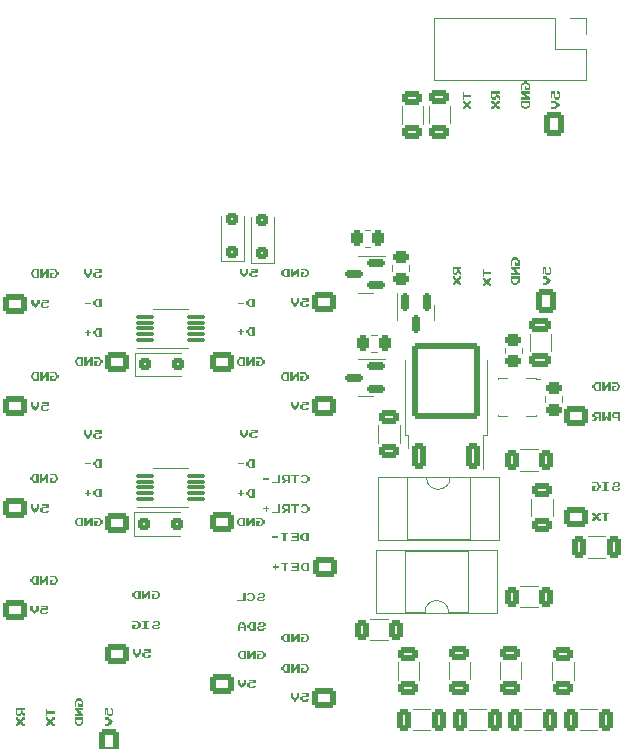
<source format=gbo>
G04 #@! TF.GenerationSoftware,KiCad,Pcbnew,7.0.7*
G04 #@! TF.CreationDate,2024-04-25T01:55:24+02:00*
G04 #@! TF.ProjectId,autopcb,6175746f-7063-4622-9e6b-696361645f70,rev?*
G04 #@! TF.SameCoordinates,Original*
G04 #@! TF.FileFunction,Legend,Bot*
G04 #@! TF.FilePolarity,Positive*
%FSLAX46Y46*%
G04 Gerber Fmt 4.6, Leading zero omitted, Abs format (unit mm)*
G04 Created by KiCad (PCBNEW 7.0.7) date 2024-04-25 01:55:24*
%MOMM*%
%LPD*%
G01*
G04 APERTURE LIST*
G04 Aperture macros list*
%AMRoundRect*
0 Rectangle with rounded corners*
0 $1 Rounding radius*
0 $2 $3 $4 $5 $6 $7 $8 $9 X,Y pos of 4 corners*
0 Add a 4 corners polygon primitive as box body*
4,1,4,$2,$3,$4,$5,$6,$7,$8,$9,$2,$3,0*
0 Add four circle primitives for the rounded corners*
1,1,$1+$1,$2,$3*
1,1,$1+$1,$4,$5*
1,1,$1+$1,$6,$7*
1,1,$1+$1,$8,$9*
0 Add four rect primitives between the rounded corners*
20,1,$1+$1,$2,$3,$4,$5,0*
20,1,$1+$1,$4,$5,$6,$7,0*
20,1,$1+$1,$6,$7,$8,$9,0*
20,1,$1+$1,$8,$9,$2,$3,0*%
G04 Aperture macros list end*
%ADD10C,0.150000*%
%ADD11C,0.120000*%
%ADD12RoundRect,0.250000X0.750000X-0.600000X0.750000X0.600000X-0.750000X0.600000X-0.750000X-0.600000X0*%
%ADD13O,2.000000X1.700000*%
%ADD14RoundRect,0.250000X0.725000X-0.600000X0.725000X0.600000X-0.725000X0.600000X-0.725000X-0.600000X0*%
%ADD15O,1.950000X1.700000*%
%ADD16R,1.700000X1.700000*%
%ADD17O,1.700000X1.700000*%
%ADD18RoundRect,0.250000X0.600000X0.725000X-0.600000X0.725000X-0.600000X-0.725000X0.600000X-0.725000X0*%
%ADD19O,1.700000X1.950000*%
%ADD20RoundRect,0.250000X-0.625000X0.312500X-0.625000X-0.312500X0.625000X-0.312500X0.625000X0.312500X0*%
%ADD21RoundRect,0.250000X-0.300000X-0.300000X0.300000X-0.300000X0.300000X0.300000X-0.300000X0.300000X0*%
%ADD22RoundRect,0.150000X0.587500X0.150000X-0.587500X0.150000X-0.587500X-0.150000X0.587500X-0.150000X0*%
%ADD23RoundRect,0.250000X-0.325000X-0.650000X0.325000X-0.650000X0.325000X0.650000X-0.325000X0.650000X0*%
%ADD24RoundRect,0.250000X0.312500X0.625000X-0.312500X0.625000X-0.312500X-0.625000X0.312500X-0.625000X0*%
%ADD25RoundRect,0.250000X0.300000X-0.300000X0.300000X0.300000X-0.300000X0.300000X-0.300000X-0.300000X0*%
%ADD26R,1.600000X1.600000*%
%ADD27O,1.600000X1.600000*%
%ADD28RoundRect,0.250000X0.450000X-0.262500X0.450000X0.262500X-0.450000X0.262500X-0.450000X-0.262500X0*%
%ADD29RoundRect,0.250000X0.625000X-0.312500X0.625000X0.312500X-0.625000X0.312500X-0.625000X-0.312500X0*%
%ADD30RoundRect,0.250000X0.325000X0.650000X-0.325000X0.650000X-0.325000X-0.650000X0.325000X-0.650000X0*%
%ADD31RoundRect,0.250000X-0.312500X-0.625000X0.312500X-0.625000X0.312500X0.625000X-0.312500X0.625000X0*%
%ADD32RoundRect,0.250000X0.650000X-0.325000X0.650000X0.325000X-0.650000X0.325000X-0.650000X-0.325000X0*%
%ADD33RoundRect,0.075000X-0.650000X-0.075000X0.650000X-0.075000X0.650000X0.075000X-0.650000X0.075000X0*%
%ADD34R,1.680000X1.880000*%
%ADD35RoundRect,0.250000X-0.450000X0.262500X-0.450000X-0.262500X0.450000X-0.262500X0.450000X0.262500X0*%
%ADD36RoundRect,0.250000X-0.262500X-0.450000X0.262500X-0.450000X0.262500X0.450000X-0.262500X0.450000X0*%
%ADD37RoundRect,0.150000X-0.150000X0.587500X-0.150000X-0.587500X0.150000X-0.587500X0.150000X0.587500X0*%
%ADD38RoundRect,0.250000X0.350000X-0.850000X0.350000X0.850000X-0.350000X0.850000X-0.350000X-0.850000X0*%
%ADD39RoundRect,0.249997X2.650003X-2.950003X2.650003X2.950003X-2.650003X2.950003X-2.650003X-2.950003X0*%
%ADD40RoundRect,0.250000X0.262500X0.450000X-0.262500X0.450000X-0.262500X-0.450000X0.262500X-0.450000X0*%
%ADD41R,0.850000X0.280000*%
%ADD42R,0.280000X0.700000*%
%ADD43R,1.650000X2.400000*%
G04 APERTURE END LIST*
D10*
G36*
X148050637Y-108941722D02*
G01*
X147639576Y-108941722D01*
X147639576Y-109044890D01*
X147536848Y-109044890D01*
X147536848Y-109148059D01*
X147742305Y-109148059D01*
X147742305Y-109044890D01*
X147947908Y-109044890D01*
X147947908Y-109148059D01*
X148050637Y-109148059D01*
X148050637Y-109457563D01*
X147947908Y-109457563D01*
X147947908Y-109560731D01*
X147742305Y-109560731D01*
X147742305Y-109457563D01*
X147536848Y-109457563D01*
X147536848Y-109560731D01*
X147639576Y-109560731D01*
X147639576Y-109663900D01*
X148050637Y-109663900D01*
X148050637Y-109560731D01*
X148153512Y-109560731D01*
X148153512Y-109457563D01*
X148256241Y-109457563D01*
X148256241Y-109148059D01*
X148153512Y-109148059D01*
X148153512Y-109044890D01*
X148050637Y-109044890D01*
X148050637Y-108941722D01*
G37*
G36*
X147331684Y-108941722D02*
G01*
X146715019Y-108941722D01*
X146715019Y-109044890D01*
X146920476Y-109044890D01*
X146920476Y-109663900D01*
X147126080Y-109663900D01*
X147126080Y-109044890D01*
X147331684Y-109044890D01*
X147331684Y-108941722D01*
G37*
G36*
X146612584Y-109663900D02*
G01*
X146406980Y-109663900D01*
X146406980Y-109457563D01*
X146304252Y-109457563D01*
X146304252Y-109560731D01*
X146201523Y-109560731D01*
X146201523Y-109663900D01*
X145893191Y-109663900D01*
X145893191Y-109560731D01*
X145995919Y-109560731D01*
X145995919Y-109457563D01*
X146098648Y-109457563D01*
X146098648Y-109354395D01*
X145893191Y-109354395D01*
X145893191Y-109044890D01*
X145995919Y-109044890D01*
X146098648Y-109044890D01*
X146098648Y-109251227D01*
X146201523Y-109251227D01*
X146201523Y-109354395D01*
X146406980Y-109354395D01*
X146406980Y-109044890D01*
X146098648Y-109044890D01*
X145995919Y-109044890D01*
X145995919Y-108941722D01*
X146612584Y-108941722D01*
X146612584Y-109663900D01*
G37*
G36*
X145790756Y-108941722D02*
G01*
X145585152Y-108941722D01*
X145585152Y-109560731D01*
X145071363Y-109560731D01*
X145071363Y-109663900D01*
X145790756Y-109663900D01*
X145790756Y-108941722D01*
G37*
G36*
X144866199Y-109251227D02*
G01*
X144352263Y-109251227D01*
X144352263Y-109354395D01*
X144866199Y-109354395D01*
X144866199Y-109251227D01*
G37*
G36*
X144427055Y-121413122D02*
G01*
X144015848Y-121413122D01*
X144015848Y-121516290D01*
X143913119Y-121516290D01*
X143913119Y-121619459D01*
X144118723Y-121619459D01*
X144118723Y-121516290D01*
X144324180Y-121516290D01*
X144324180Y-121722627D01*
X143913119Y-121722627D01*
X143913119Y-121825795D01*
X143810391Y-121825795D01*
X143810391Y-122032131D01*
X143913119Y-122032131D01*
X143913119Y-122135300D01*
X144427055Y-122135300D01*
X144427055Y-122032131D01*
X144529784Y-122032131D01*
X144529784Y-121928963D01*
X144324180Y-121928963D01*
X144324180Y-122032131D01*
X144015848Y-122032131D01*
X144015848Y-121825795D01*
X144427055Y-121825795D01*
X144427055Y-121722627D01*
X144529784Y-121722627D01*
X144529784Y-121516290D01*
X144427055Y-121516290D01*
X144427055Y-121413122D01*
G37*
G36*
X143707955Y-122135300D02*
G01*
X143194019Y-122135300D01*
X143194019Y-122032131D01*
X143091291Y-122032131D01*
X143091291Y-121928963D01*
X143194019Y-121928963D01*
X143296894Y-121928963D01*
X143296894Y-122032131D01*
X143502352Y-122032131D01*
X143502352Y-121516290D01*
X143296894Y-121516290D01*
X143296894Y-121619459D01*
X143194019Y-121619459D01*
X143194019Y-121928963D01*
X143091291Y-121928963D01*
X142988562Y-121928963D01*
X142988562Y-121619459D01*
X143091291Y-121619459D01*
X143091291Y-121516290D01*
X143194019Y-121516290D01*
X143194019Y-121413122D01*
X143707955Y-121413122D01*
X143707955Y-122135300D01*
G37*
G36*
X142680523Y-121516290D02*
G01*
X142783398Y-121516290D01*
X142783398Y-121619459D01*
X142886127Y-121619459D01*
X142886127Y-122135300D01*
X142680523Y-122135300D01*
X142680523Y-121928963D01*
X142372191Y-121928963D01*
X142372191Y-122135300D01*
X142166734Y-122135300D01*
X142166734Y-121825795D01*
X142372191Y-121825795D01*
X142680523Y-121825795D01*
X142680523Y-121619459D01*
X142577795Y-121619459D01*
X142577795Y-121516290D01*
X142475066Y-121516290D01*
X142475066Y-121619459D01*
X142372191Y-121619459D01*
X142372191Y-121825795D01*
X142166734Y-121825795D01*
X142166734Y-121619459D01*
X142269462Y-121619459D01*
X142269462Y-121516290D01*
X142372191Y-121516290D01*
X142372191Y-121413122D01*
X142680523Y-121413122D01*
X142680523Y-121516290D01*
G37*
G36*
X130675656Y-91542722D02*
G01*
X130058991Y-91542722D01*
X130058991Y-91645890D01*
X130470052Y-91645890D01*
X130470052Y-91749059D01*
X130058991Y-91749059D01*
X130058991Y-91852227D01*
X129956263Y-91852227D01*
X129956263Y-92161731D01*
X130058991Y-92161731D01*
X130058991Y-92264900D01*
X130572927Y-92264900D01*
X130572927Y-92161731D01*
X130675656Y-92161731D01*
X130675656Y-92058563D01*
X130470052Y-92058563D01*
X130470052Y-92161731D01*
X130161720Y-92161731D01*
X130161720Y-91852227D01*
X130675656Y-91852227D01*
X130675656Y-91542722D01*
G37*
G36*
X129853827Y-91542722D02*
G01*
X129648224Y-91542722D01*
X129648224Y-91853839D01*
X129545495Y-91853839D01*
X129545495Y-91956567D01*
X129442766Y-91956567D01*
X129442766Y-91853839D01*
X129339891Y-91853839D01*
X129339891Y-91542722D01*
X129134434Y-91542722D01*
X129134434Y-91956567D01*
X129237163Y-91956567D01*
X129237163Y-92059296D01*
X129339891Y-92059296D01*
X129339891Y-92162171D01*
X129442766Y-92162171D01*
X129442766Y-92264900D01*
X129545495Y-92264900D01*
X129545495Y-92162171D01*
X129648224Y-92162171D01*
X129648224Y-92059296D01*
X129751099Y-92059296D01*
X129751099Y-91956567D01*
X129853827Y-91956567D01*
X129853827Y-91542722D01*
G37*
G36*
X135408780Y-118746122D02*
G01*
X134894991Y-118746122D01*
X134894991Y-118849290D01*
X135306051Y-118849290D01*
X135306051Y-118952459D01*
X135408780Y-118952459D01*
X135408780Y-119261963D01*
X135306051Y-119261963D01*
X135306051Y-119365131D01*
X135100448Y-119365131D01*
X135100448Y-119158795D01*
X135203323Y-119158795D01*
X135203323Y-119055627D01*
X134894991Y-119055627D01*
X134894991Y-119468300D01*
X135408780Y-119468300D01*
X135408780Y-119365131D01*
X135511655Y-119365131D01*
X135511655Y-119261963D01*
X135614384Y-119261963D01*
X135614384Y-118952459D01*
X135511655Y-118952459D01*
X135511655Y-118849290D01*
X135408780Y-118849290D01*
X135408780Y-118746122D01*
G37*
G36*
X134792555Y-118746122D02*
G01*
X134586952Y-118746122D01*
X134586952Y-118851635D01*
X134484223Y-118851635D01*
X134484223Y-118954364D01*
X134381494Y-118954364D01*
X134381494Y-119057239D01*
X134278619Y-119057239D01*
X134278619Y-118746122D01*
X134073162Y-118746122D01*
X134073162Y-119468300D01*
X134278619Y-119468300D01*
X134278619Y-119365571D01*
X134381494Y-119365571D01*
X134381494Y-119262696D01*
X134484223Y-119262696D01*
X134484223Y-119159967D01*
X134586952Y-119159967D01*
X134586952Y-119468300D01*
X134792555Y-119468300D01*
X134792555Y-118746122D01*
G37*
G36*
X133970727Y-119468300D02*
G01*
X133456791Y-119468300D01*
X133456791Y-119365131D01*
X133354062Y-119365131D01*
X133354062Y-119261963D01*
X133456791Y-119261963D01*
X133559666Y-119261963D01*
X133559666Y-119365131D01*
X133765123Y-119365131D01*
X133765123Y-118849290D01*
X133559666Y-118849290D01*
X133559666Y-118952459D01*
X133456791Y-118952459D01*
X133456791Y-119261963D01*
X133354062Y-119261963D01*
X133251334Y-119261963D01*
X133251334Y-118952459D01*
X133354062Y-118952459D01*
X133354062Y-118849290D01*
X133456791Y-118849290D01*
X133456791Y-118746122D01*
X133970727Y-118746122D01*
X133970727Y-119468300D01*
G37*
G36*
X130675656Y-105182522D02*
G01*
X130058991Y-105182522D01*
X130058991Y-105285690D01*
X130470052Y-105285690D01*
X130470052Y-105388859D01*
X130058991Y-105388859D01*
X130058991Y-105492027D01*
X129956263Y-105492027D01*
X129956263Y-105801531D01*
X130058991Y-105801531D01*
X130058991Y-105904700D01*
X130572927Y-105904700D01*
X130572927Y-105801531D01*
X130675656Y-105801531D01*
X130675656Y-105698363D01*
X130470052Y-105698363D01*
X130470052Y-105801531D01*
X130161720Y-105801531D01*
X130161720Y-105492027D01*
X130675656Y-105492027D01*
X130675656Y-105182522D01*
G37*
G36*
X129853827Y-105182522D02*
G01*
X129648224Y-105182522D01*
X129648224Y-105493639D01*
X129545495Y-105493639D01*
X129545495Y-105596367D01*
X129442766Y-105596367D01*
X129442766Y-105493639D01*
X129339891Y-105493639D01*
X129339891Y-105182522D01*
X129134434Y-105182522D01*
X129134434Y-105596367D01*
X129237163Y-105596367D01*
X129237163Y-105699096D01*
X129339891Y-105699096D01*
X129339891Y-105801971D01*
X129442766Y-105801971D01*
X129442766Y-105904700D01*
X129545495Y-105904700D01*
X129545495Y-105801971D01*
X129648224Y-105801971D01*
X129648224Y-105699096D01*
X129751099Y-105699096D01*
X129751099Y-105596367D01*
X129853827Y-105596367D01*
X129853827Y-105182522D01*
G37*
G36*
X147981780Y-100280322D02*
G01*
X147467991Y-100280322D01*
X147467991Y-100383490D01*
X147879051Y-100383490D01*
X147879051Y-100486659D01*
X147981780Y-100486659D01*
X147981780Y-100796163D01*
X147879051Y-100796163D01*
X147879051Y-100899331D01*
X147673448Y-100899331D01*
X147673448Y-100692995D01*
X147776323Y-100692995D01*
X147776323Y-100589827D01*
X147467991Y-100589827D01*
X147467991Y-101002500D01*
X147981780Y-101002500D01*
X147981780Y-100899331D01*
X148084655Y-100899331D01*
X148084655Y-100796163D01*
X148187384Y-100796163D01*
X148187384Y-100486659D01*
X148084655Y-100486659D01*
X148084655Y-100383490D01*
X147981780Y-100383490D01*
X147981780Y-100280322D01*
G37*
G36*
X147365555Y-100280322D02*
G01*
X147159952Y-100280322D01*
X147159952Y-100385835D01*
X147057223Y-100385835D01*
X147057223Y-100488564D01*
X146954494Y-100488564D01*
X146954494Y-100591439D01*
X146851619Y-100591439D01*
X146851619Y-100280322D01*
X146646162Y-100280322D01*
X146646162Y-101002500D01*
X146851619Y-101002500D01*
X146851619Y-100899771D01*
X146954494Y-100899771D01*
X146954494Y-100796896D01*
X147057223Y-100796896D01*
X147057223Y-100694167D01*
X147159952Y-100694167D01*
X147159952Y-101002500D01*
X147365555Y-101002500D01*
X147365555Y-100280322D01*
G37*
G36*
X146543727Y-101002500D02*
G01*
X146029791Y-101002500D01*
X146029791Y-100899331D01*
X145927062Y-100899331D01*
X145927062Y-100796163D01*
X146029791Y-100796163D01*
X146132666Y-100796163D01*
X146132666Y-100899331D01*
X146338123Y-100899331D01*
X146338123Y-100383490D01*
X146132666Y-100383490D01*
X146132666Y-100486659D01*
X146029791Y-100486659D01*
X146029791Y-100796163D01*
X145927062Y-100796163D01*
X145824334Y-100796163D01*
X145824334Y-100486659D01*
X145927062Y-100486659D01*
X145927062Y-100383490D01*
X146029791Y-100383490D01*
X146029791Y-100280322D01*
X146543727Y-100280322D01*
X146543727Y-101002500D01*
G37*
G36*
X126207356Y-102820322D02*
G01*
X125590691Y-102820322D01*
X125590691Y-102923490D01*
X126001752Y-102923490D01*
X126001752Y-103026659D01*
X125590691Y-103026659D01*
X125590691Y-103129827D01*
X125487963Y-103129827D01*
X125487963Y-103439331D01*
X125590691Y-103439331D01*
X125590691Y-103542500D01*
X126104627Y-103542500D01*
X126104627Y-103439331D01*
X126207356Y-103439331D01*
X126207356Y-103336163D01*
X126001752Y-103336163D01*
X126001752Y-103439331D01*
X125693420Y-103439331D01*
X125693420Y-103129827D01*
X126207356Y-103129827D01*
X126207356Y-102820322D01*
G37*
G36*
X125385527Y-102820322D02*
G01*
X125179924Y-102820322D01*
X125179924Y-103131439D01*
X125077195Y-103131439D01*
X125077195Y-103234167D01*
X124974466Y-103234167D01*
X124974466Y-103131439D01*
X124871591Y-103131439D01*
X124871591Y-102820322D01*
X124666134Y-102820322D01*
X124666134Y-103234167D01*
X124768863Y-103234167D01*
X124768863Y-103336896D01*
X124871591Y-103336896D01*
X124871591Y-103439771D01*
X124974466Y-103439771D01*
X124974466Y-103542500D01*
X125077195Y-103542500D01*
X125077195Y-103439771D01*
X125179924Y-103439771D01*
X125179924Y-103336896D01*
X125282799Y-103336896D01*
X125282799Y-103234167D01*
X125385527Y-103234167D01*
X125385527Y-102820322D01*
G37*
G36*
X168720822Y-76461344D02*
G01*
X168720822Y-77078008D01*
X168823990Y-77078008D01*
X168823990Y-76666947D01*
X168927159Y-76666947D01*
X168927159Y-77078008D01*
X169030327Y-77078008D01*
X169030327Y-77180736D01*
X169339831Y-77180736D01*
X169339831Y-77078008D01*
X169443000Y-77078008D01*
X169443000Y-76564072D01*
X169339831Y-76564072D01*
X169339831Y-76461344D01*
X169236663Y-76461344D01*
X169236663Y-76666947D01*
X169339831Y-76666947D01*
X169339831Y-76975279D01*
X169030327Y-76975279D01*
X169030327Y-76461344D01*
X168720822Y-76461344D01*
G37*
G36*
X168720822Y-77283172D02*
G01*
X168720822Y-77488775D01*
X169031939Y-77488775D01*
X169031939Y-77591504D01*
X169134667Y-77591504D01*
X169134667Y-77694233D01*
X169031939Y-77694233D01*
X169031939Y-77797108D01*
X168720822Y-77797108D01*
X168720822Y-78002565D01*
X169134667Y-78002565D01*
X169134667Y-77899836D01*
X169237396Y-77899836D01*
X169237396Y-77797108D01*
X169340271Y-77797108D01*
X169340271Y-77694233D01*
X169443000Y-77694233D01*
X169443000Y-77591504D01*
X169340271Y-77591504D01*
X169340271Y-77488775D01*
X169237396Y-77488775D01*
X169237396Y-77385900D01*
X169134667Y-77385900D01*
X169134667Y-77283172D01*
X168720822Y-77283172D01*
G37*
G36*
X144245880Y-99010322D02*
G01*
X143732091Y-99010322D01*
X143732091Y-99113490D01*
X144143151Y-99113490D01*
X144143151Y-99216659D01*
X144245880Y-99216659D01*
X144245880Y-99526163D01*
X144143151Y-99526163D01*
X144143151Y-99629331D01*
X143937548Y-99629331D01*
X143937548Y-99422995D01*
X144040423Y-99422995D01*
X144040423Y-99319827D01*
X143732091Y-99319827D01*
X143732091Y-99732500D01*
X144245880Y-99732500D01*
X144245880Y-99629331D01*
X144348755Y-99629331D01*
X144348755Y-99526163D01*
X144451484Y-99526163D01*
X144451484Y-99216659D01*
X144348755Y-99216659D01*
X144348755Y-99113490D01*
X144245880Y-99113490D01*
X144245880Y-99010322D01*
G37*
G36*
X143629655Y-99010322D02*
G01*
X143424052Y-99010322D01*
X143424052Y-99115835D01*
X143321323Y-99115835D01*
X143321323Y-99218564D01*
X143218594Y-99218564D01*
X143218594Y-99321439D01*
X143115719Y-99321439D01*
X143115719Y-99010322D01*
X142910262Y-99010322D01*
X142910262Y-99732500D01*
X143115719Y-99732500D01*
X143115719Y-99629771D01*
X143218594Y-99629771D01*
X143218594Y-99526896D01*
X143321323Y-99526896D01*
X143321323Y-99424167D01*
X143424052Y-99424167D01*
X143424052Y-99732500D01*
X143629655Y-99732500D01*
X143629655Y-99010322D01*
G37*
G36*
X142807827Y-99732500D02*
G01*
X142293891Y-99732500D01*
X142293891Y-99629331D01*
X142191162Y-99629331D01*
X142191162Y-99526163D01*
X142293891Y-99526163D01*
X142396766Y-99526163D01*
X142396766Y-99629331D01*
X142602223Y-99629331D01*
X142602223Y-99113490D01*
X142396766Y-99113490D01*
X142396766Y-99216659D01*
X142293891Y-99216659D01*
X142293891Y-99526163D01*
X142191162Y-99526163D01*
X142088434Y-99526163D01*
X142088434Y-99216659D01*
X142191162Y-99216659D01*
X142191162Y-99113490D01*
X142293891Y-99113490D01*
X142293891Y-99010322D01*
X142807827Y-99010322D01*
X142807827Y-99732500D01*
G37*
G36*
X162906322Y-91562572D02*
G01*
X162906322Y-92179236D01*
X163009490Y-92179236D01*
X163009490Y-91973779D01*
X163628500Y-91973779D01*
X163628500Y-91768176D01*
X163009490Y-91768176D01*
X163009490Y-91562572D01*
X162906322Y-91562572D01*
G37*
G36*
X162906322Y-92281672D02*
G01*
X162906322Y-92487275D01*
X163011835Y-92487275D01*
X163011835Y-92590004D01*
X163112659Y-92590004D01*
X163112659Y-92692733D01*
X163011835Y-92692733D01*
X163011835Y-92795608D01*
X162906322Y-92795608D01*
X162906322Y-93001065D01*
X163112659Y-93001065D01*
X163112659Y-92898336D01*
X163217439Y-92898336D01*
X163217439Y-92795608D01*
X163320167Y-92795608D01*
X163320167Y-92898336D01*
X163422163Y-92898336D01*
X163422163Y-93001065D01*
X163628500Y-93001065D01*
X163628500Y-92795608D01*
X163525771Y-92795608D01*
X163525771Y-92692733D01*
X163422163Y-92692733D01*
X163422163Y-92590004D01*
X163525771Y-92590004D01*
X163525771Y-92487275D01*
X163628500Y-92487275D01*
X163628500Y-92281672D01*
X163422163Y-92281672D01*
X163422163Y-92384400D01*
X163320167Y-92384400D01*
X163320167Y-92487275D01*
X163217439Y-92487275D01*
X163217439Y-92384400D01*
X163112659Y-92384400D01*
X163112659Y-92281672D01*
X162906322Y-92281672D01*
G37*
G36*
X161227822Y-76564072D02*
G01*
X161227822Y-77180736D01*
X161330990Y-77180736D01*
X161330990Y-76975279D01*
X161950000Y-76975279D01*
X161950000Y-76769676D01*
X161330990Y-76769676D01*
X161330990Y-76564072D01*
X161227822Y-76564072D01*
G37*
G36*
X161227822Y-77283172D02*
G01*
X161227822Y-77488775D01*
X161333335Y-77488775D01*
X161333335Y-77591504D01*
X161434159Y-77591504D01*
X161434159Y-77694233D01*
X161333335Y-77694233D01*
X161333335Y-77797108D01*
X161227822Y-77797108D01*
X161227822Y-78002565D01*
X161434159Y-78002565D01*
X161434159Y-77899836D01*
X161538939Y-77899836D01*
X161538939Y-77797108D01*
X161641667Y-77797108D01*
X161641667Y-77899836D01*
X161743663Y-77899836D01*
X161743663Y-78002565D01*
X161950000Y-78002565D01*
X161950000Y-77797108D01*
X161847271Y-77797108D01*
X161847271Y-77694233D01*
X161743663Y-77694233D01*
X161743663Y-77591504D01*
X161847271Y-77591504D01*
X161847271Y-77488775D01*
X161950000Y-77488775D01*
X161950000Y-77283172D01*
X161743663Y-77283172D01*
X161743663Y-77385900D01*
X161641667Y-77385900D01*
X161641667Y-77488775D01*
X161538939Y-77488775D01*
X161538939Y-77385900D01*
X161434159Y-77385900D01*
X161434159Y-77283172D01*
X161227822Y-77283172D01*
G37*
G36*
X135511655Y-121311522D02*
G01*
X135100448Y-121311522D01*
X135100448Y-121414690D01*
X134997719Y-121414690D01*
X134997719Y-121517859D01*
X135203323Y-121517859D01*
X135203323Y-121414690D01*
X135408780Y-121414690D01*
X135408780Y-121621027D01*
X134997719Y-121621027D01*
X134997719Y-121724195D01*
X134894991Y-121724195D01*
X134894991Y-121930531D01*
X134997719Y-121930531D01*
X134997719Y-122033700D01*
X135511655Y-122033700D01*
X135511655Y-121930531D01*
X135614384Y-121930531D01*
X135614384Y-121827363D01*
X135408780Y-121827363D01*
X135408780Y-121930531D01*
X135100448Y-121930531D01*
X135100448Y-121724195D01*
X135511655Y-121724195D01*
X135511655Y-121621027D01*
X135614384Y-121621027D01*
X135614384Y-121414690D01*
X135511655Y-121414690D01*
X135511655Y-121311522D01*
G37*
G36*
X134689827Y-121311522D02*
G01*
X134073162Y-121311522D01*
X134073162Y-121414690D01*
X134278619Y-121414690D01*
X134278619Y-121930531D01*
X134073162Y-121930531D01*
X134073162Y-122033700D01*
X134689827Y-122033700D01*
X134689827Y-121930531D01*
X134484223Y-121930531D01*
X134484223Y-121414690D01*
X134689827Y-121414690D01*
X134689827Y-121311522D01*
G37*
G36*
X133765123Y-121311522D02*
G01*
X133251334Y-121311522D01*
X133251334Y-121414690D01*
X133662395Y-121414690D01*
X133662395Y-121517859D01*
X133765123Y-121517859D01*
X133765123Y-121827363D01*
X133662395Y-121827363D01*
X133662395Y-121930531D01*
X133456791Y-121930531D01*
X133456791Y-121724195D01*
X133559666Y-121724195D01*
X133559666Y-121621027D01*
X133251334Y-121621027D01*
X133251334Y-122033700D01*
X133765123Y-122033700D01*
X133765123Y-121930531D01*
X133867998Y-121930531D01*
X133867998Y-121827363D01*
X133970727Y-121827363D01*
X133970727Y-121517859D01*
X133867998Y-121517859D01*
X133867998Y-121414690D01*
X133765123Y-121414690D01*
X133765123Y-121311522D01*
G37*
G36*
X128362322Y-128054619D02*
G01*
X128362322Y-128568408D01*
X128465490Y-128568408D01*
X128465490Y-128157348D01*
X128568659Y-128157348D01*
X128568659Y-128054619D01*
X128878163Y-128054619D01*
X128878163Y-128157348D01*
X128981331Y-128157348D01*
X128981331Y-128362951D01*
X128774995Y-128362951D01*
X128774995Y-128260076D01*
X128671827Y-128260076D01*
X128671827Y-128568408D01*
X129084500Y-128568408D01*
X129084500Y-128054619D01*
X128981331Y-128054619D01*
X128981331Y-127951744D01*
X128878163Y-127951744D01*
X128878163Y-127849016D01*
X128568659Y-127849016D01*
X128568659Y-127951744D01*
X128465490Y-127951744D01*
X128465490Y-128054619D01*
X128362322Y-128054619D01*
G37*
G36*
X128362322Y-128670844D02*
G01*
X128362322Y-128876447D01*
X128467835Y-128876447D01*
X128467835Y-128979176D01*
X128570564Y-128979176D01*
X128570564Y-129081905D01*
X128673439Y-129081905D01*
X128673439Y-129184780D01*
X128362322Y-129184780D01*
X128362322Y-129390237D01*
X129084500Y-129390237D01*
X129084500Y-129184780D01*
X128981771Y-129184780D01*
X128981771Y-129081905D01*
X128878896Y-129081905D01*
X128878896Y-128979176D01*
X128776167Y-128979176D01*
X128776167Y-128876447D01*
X129084500Y-128876447D01*
X129084500Y-128670844D01*
X128362322Y-128670844D01*
G37*
G36*
X129084500Y-130006608D02*
G01*
X128981331Y-130006608D01*
X128981331Y-130109337D01*
X128878163Y-130109337D01*
X128878163Y-130212065D01*
X128568659Y-130212065D01*
X128568659Y-130109337D01*
X128465490Y-130109337D01*
X128465490Y-130006608D01*
X128362322Y-130006608D01*
X128362322Y-129698276D01*
X128465490Y-129698276D01*
X128465490Y-129903733D01*
X128568659Y-129903733D01*
X128568659Y-130006608D01*
X128878163Y-130006608D01*
X128878163Y-129903733D01*
X128981331Y-129903733D01*
X128981331Y-129698276D01*
X128465490Y-129698276D01*
X128362322Y-129698276D01*
X128362322Y-129492672D01*
X129084500Y-129492672D01*
X129084500Y-130006608D01*
G37*
G36*
X126772780Y-117526922D02*
G01*
X126258991Y-117526922D01*
X126258991Y-117630090D01*
X126670051Y-117630090D01*
X126670051Y-117733259D01*
X126772780Y-117733259D01*
X126772780Y-118042763D01*
X126670051Y-118042763D01*
X126670051Y-118145931D01*
X126464448Y-118145931D01*
X126464448Y-117939595D01*
X126567323Y-117939595D01*
X126567323Y-117836427D01*
X126258991Y-117836427D01*
X126258991Y-118249100D01*
X126772780Y-118249100D01*
X126772780Y-118145931D01*
X126875655Y-118145931D01*
X126875655Y-118042763D01*
X126978384Y-118042763D01*
X126978384Y-117733259D01*
X126875655Y-117733259D01*
X126875655Y-117630090D01*
X126772780Y-117630090D01*
X126772780Y-117526922D01*
G37*
G36*
X126156555Y-117526922D02*
G01*
X125950952Y-117526922D01*
X125950952Y-117632435D01*
X125848223Y-117632435D01*
X125848223Y-117735164D01*
X125745494Y-117735164D01*
X125745494Y-117838039D01*
X125642619Y-117838039D01*
X125642619Y-117526922D01*
X125437162Y-117526922D01*
X125437162Y-118249100D01*
X125642619Y-118249100D01*
X125642619Y-118146371D01*
X125745494Y-118146371D01*
X125745494Y-118043496D01*
X125848223Y-118043496D01*
X125848223Y-117940767D01*
X125950952Y-117940767D01*
X125950952Y-118249100D01*
X126156555Y-118249100D01*
X126156555Y-117526922D01*
G37*
G36*
X125334727Y-118249100D02*
G01*
X124820791Y-118249100D01*
X124820791Y-118145931D01*
X124718062Y-118145931D01*
X124718062Y-118042763D01*
X124820791Y-118042763D01*
X124923666Y-118042763D01*
X124923666Y-118145931D01*
X125129123Y-118145931D01*
X125129123Y-117630090D01*
X124923666Y-117630090D01*
X124923666Y-117733259D01*
X124820791Y-117733259D01*
X124820791Y-118042763D01*
X124718062Y-118042763D01*
X124615334Y-118042763D01*
X124615334Y-117733259D01*
X124718062Y-117733259D01*
X124718062Y-117630090D01*
X124820791Y-117630090D01*
X124820791Y-117526922D01*
X125334727Y-117526922D01*
X125334727Y-118249100D01*
G37*
G36*
X174577984Y-104380700D02*
G01*
X174372380Y-104380700D01*
X174372380Y-104174363D01*
X173961319Y-104174363D01*
X173961319Y-104071195D01*
X173858591Y-104071195D01*
X173858591Y-103761690D01*
X173961319Y-103761690D01*
X174064048Y-103761690D01*
X174064048Y-104071195D01*
X174372380Y-104071195D01*
X174372380Y-103761690D01*
X174064048Y-103761690D01*
X173961319Y-103761690D01*
X173961319Y-103658522D01*
X174577984Y-103658522D01*
X174577984Y-104380700D01*
G37*
G36*
X173756155Y-103658522D02*
G01*
X173550552Y-103658522D01*
X173550552Y-104071195D01*
X173447823Y-104071195D01*
X173447823Y-103968027D01*
X173345094Y-103968027D01*
X173345094Y-104071195D01*
X173242219Y-104071195D01*
X173242219Y-103658522D01*
X173036762Y-103658522D01*
X173036762Y-104380700D01*
X173242219Y-104380700D01*
X173242219Y-104277531D01*
X173345094Y-104277531D01*
X173345094Y-104174363D01*
X173447823Y-104174363D01*
X173447823Y-104277531D01*
X173550552Y-104277531D01*
X173550552Y-104380700D01*
X173756155Y-104380700D01*
X173756155Y-103658522D01*
G37*
G36*
X172934327Y-104380700D02*
G01*
X172728723Y-104380700D01*
X172728723Y-104174363D01*
X172625995Y-104174363D01*
X172625995Y-104277531D01*
X172523266Y-104277531D01*
X172523266Y-104380700D01*
X172214934Y-104380700D01*
X172214934Y-104277531D01*
X172317662Y-104277531D01*
X172317662Y-104174363D01*
X172420391Y-104174363D01*
X172420391Y-104071195D01*
X172214934Y-104071195D01*
X172214934Y-103761690D01*
X172317662Y-103761690D01*
X172420391Y-103761690D01*
X172420391Y-103968027D01*
X172523266Y-103968027D01*
X172523266Y-104071195D01*
X172728723Y-104071195D01*
X172728723Y-103761690D01*
X172420391Y-103761690D01*
X172317662Y-103761690D01*
X172317662Y-103658522D01*
X172934327Y-103658522D01*
X172934327Y-104380700D01*
G37*
G36*
X130529880Y-98997822D02*
G01*
X130016091Y-98997822D01*
X130016091Y-99100990D01*
X130427151Y-99100990D01*
X130427151Y-99204159D01*
X130529880Y-99204159D01*
X130529880Y-99513663D01*
X130427151Y-99513663D01*
X130427151Y-99616831D01*
X130221548Y-99616831D01*
X130221548Y-99410495D01*
X130324423Y-99410495D01*
X130324423Y-99307327D01*
X130016091Y-99307327D01*
X130016091Y-99720000D01*
X130529880Y-99720000D01*
X130529880Y-99616831D01*
X130632755Y-99616831D01*
X130632755Y-99513663D01*
X130735484Y-99513663D01*
X130735484Y-99204159D01*
X130632755Y-99204159D01*
X130632755Y-99100990D01*
X130529880Y-99100990D01*
X130529880Y-98997822D01*
G37*
G36*
X129913655Y-98997822D02*
G01*
X129708052Y-98997822D01*
X129708052Y-99103335D01*
X129605323Y-99103335D01*
X129605323Y-99206064D01*
X129502594Y-99206064D01*
X129502594Y-99308939D01*
X129399719Y-99308939D01*
X129399719Y-98997822D01*
X129194262Y-98997822D01*
X129194262Y-99720000D01*
X129399719Y-99720000D01*
X129399719Y-99617271D01*
X129502594Y-99617271D01*
X129502594Y-99514396D01*
X129605323Y-99514396D01*
X129605323Y-99411667D01*
X129708052Y-99411667D01*
X129708052Y-99720000D01*
X129913655Y-99720000D01*
X129913655Y-98997822D01*
G37*
G36*
X129091827Y-99720000D02*
G01*
X128577891Y-99720000D01*
X128577891Y-99616831D01*
X128475162Y-99616831D01*
X128475162Y-99513663D01*
X128577891Y-99513663D01*
X128680766Y-99513663D01*
X128680766Y-99616831D01*
X128886223Y-99616831D01*
X128886223Y-99100990D01*
X128680766Y-99100990D01*
X128680766Y-99204159D01*
X128577891Y-99204159D01*
X128577891Y-99513663D01*
X128475162Y-99513663D01*
X128372434Y-99513663D01*
X128372434Y-99204159D01*
X128475162Y-99204159D01*
X128475162Y-99100990D01*
X128577891Y-99100990D01*
X128577891Y-98997822D01*
X129091827Y-98997822D01*
X129091827Y-99720000D01*
G37*
G36*
X126156556Y-120041522D02*
G01*
X125539891Y-120041522D01*
X125539891Y-120144690D01*
X125950952Y-120144690D01*
X125950952Y-120247859D01*
X125539891Y-120247859D01*
X125539891Y-120351027D01*
X125437163Y-120351027D01*
X125437163Y-120660531D01*
X125539891Y-120660531D01*
X125539891Y-120763700D01*
X126053827Y-120763700D01*
X126053827Y-120660531D01*
X126156556Y-120660531D01*
X126156556Y-120557363D01*
X125950952Y-120557363D01*
X125950952Y-120660531D01*
X125642620Y-120660531D01*
X125642620Y-120351027D01*
X126156556Y-120351027D01*
X126156556Y-120041522D01*
G37*
G36*
X125334727Y-120041522D02*
G01*
X125129124Y-120041522D01*
X125129124Y-120352639D01*
X125026395Y-120352639D01*
X125026395Y-120455367D01*
X124923666Y-120455367D01*
X124923666Y-120352639D01*
X124820791Y-120352639D01*
X124820791Y-120041522D01*
X124615334Y-120041522D01*
X124615334Y-120455367D01*
X124718063Y-120455367D01*
X124718063Y-120558096D01*
X124820791Y-120558096D01*
X124820791Y-120660971D01*
X124923666Y-120660971D01*
X124923666Y-120763700D01*
X125026395Y-120763700D01*
X125026395Y-120660971D01*
X125129124Y-120660971D01*
X125129124Y-120558096D01*
X125231999Y-120558096D01*
X125231999Y-120455367D01*
X125334727Y-120455367D01*
X125334727Y-120041522D01*
G37*
G36*
X167986322Y-91332844D02*
G01*
X167986322Y-91949508D01*
X168089490Y-91949508D01*
X168089490Y-91538447D01*
X168192659Y-91538447D01*
X168192659Y-91949508D01*
X168295827Y-91949508D01*
X168295827Y-92052236D01*
X168605331Y-92052236D01*
X168605331Y-91949508D01*
X168708500Y-91949508D01*
X168708500Y-91435572D01*
X168605331Y-91435572D01*
X168605331Y-91332844D01*
X168502163Y-91332844D01*
X168502163Y-91538447D01*
X168605331Y-91538447D01*
X168605331Y-91846779D01*
X168295827Y-91846779D01*
X168295827Y-91332844D01*
X167986322Y-91332844D01*
G37*
G36*
X167986322Y-92154672D02*
G01*
X167986322Y-92360275D01*
X168297439Y-92360275D01*
X168297439Y-92463004D01*
X168400167Y-92463004D01*
X168400167Y-92565733D01*
X168297439Y-92565733D01*
X168297439Y-92668608D01*
X167986322Y-92668608D01*
X167986322Y-92874065D01*
X168400167Y-92874065D01*
X168400167Y-92771336D01*
X168502896Y-92771336D01*
X168502896Y-92668608D01*
X168605771Y-92668608D01*
X168605771Y-92565733D01*
X168708500Y-92565733D01*
X168708500Y-92463004D01*
X168605771Y-92463004D01*
X168605771Y-92360275D01*
X168502896Y-92360275D01*
X168502896Y-92257400D01*
X168400167Y-92257400D01*
X168400167Y-92154672D01*
X167986322Y-92154672D01*
G37*
G36*
X134817956Y-123724522D02*
G01*
X134201291Y-123724522D01*
X134201291Y-123827690D01*
X134612352Y-123827690D01*
X134612352Y-123930859D01*
X134201291Y-123930859D01*
X134201291Y-124034027D01*
X134098563Y-124034027D01*
X134098563Y-124343531D01*
X134201291Y-124343531D01*
X134201291Y-124446700D01*
X134715227Y-124446700D01*
X134715227Y-124343531D01*
X134817956Y-124343531D01*
X134817956Y-124240363D01*
X134612352Y-124240363D01*
X134612352Y-124343531D01*
X134304020Y-124343531D01*
X134304020Y-124034027D01*
X134817956Y-124034027D01*
X134817956Y-123724522D01*
G37*
G36*
X133996127Y-123724522D02*
G01*
X133790524Y-123724522D01*
X133790524Y-124035639D01*
X133687795Y-124035639D01*
X133687795Y-124138367D01*
X133585066Y-124138367D01*
X133585066Y-124035639D01*
X133482191Y-124035639D01*
X133482191Y-123724522D01*
X133276734Y-123724522D01*
X133276734Y-124138367D01*
X133379463Y-124138367D01*
X133379463Y-124241096D01*
X133482191Y-124241096D01*
X133482191Y-124343971D01*
X133585066Y-124343971D01*
X133585066Y-124446700D01*
X133687795Y-124446700D01*
X133687795Y-124343971D01*
X133790524Y-124343971D01*
X133790524Y-124241096D01*
X133893399Y-124241096D01*
X133893399Y-124138367D01*
X133996127Y-124138367D01*
X133996127Y-123724522D01*
G37*
G36*
X143883656Y-105131722D02*
G01*
X143266991Y-105131722D01*
X143266991Y-105234890D01*
X143678052Y-105234890D01*
X143678052Y-105338059D01*
X143266991Y-105338059D01*
X143266991Y-105441227D01*
X143164263Y-105441227D01*
X143164263Y-105750731D01*
X143266991Y-105750731D01*
X143266991Y-105853900D01*
X143780927Y-105853900D01*
X143780927Y-105750731D01*
X143883656Y-105750731D01*
X143883656Y-105647563D01*
X143678052Y-105647563D01*
X143678052Y-105750731D01*
X143369720Y-105750731D01*
X143369720Y-105441227D01*
X143883656Y-105441227D01*
X143883656Y-105131722D01*
G37*
G36*
X143061827Y-105131722D02*
G01*
X142856224Y-105131722D01*
X142856224Y-105442839D01*
X142753495Y-105442839D01*
X142753495Y-105545567D01*
X142650766Y-105545567D01*
X142650766Y-105442839D01*
X142547891Y-105442839D01*
X142547891Y-105131722D01*
X142342434Y-105131722D01*
X142342434Y-105545567D01*
X142445163Y-105545567D01*
X142445163Y-105648296D01*
X142547891Y-105648296D01*
X142547891Y-105751171D01*
X142650766Y-105751171D01*
X142650766Y-105853900D01*
X142753495Y-105853900D01*
X142753495Y-105751171D01*
X142856224Y-105751171D01*
X142856224Y-105648296D01*
X142959099Y-105648296D01*
X142959099Y-105545567D01*
X143061827Y-105545567D01*
X143061827Y-105131722D01*
G37*
G36*
X148050637Y-111456322D02*
G01*
X147639576Y-111456322D01*
X147639576Y-111559490D01*
X147536848Y-111559490D01*
X147536848Y-111662659D01*
X147742305Y-111662659D01*
X147742305Y-111559490D01*
X147947908Y-111559490D01*
X147947908Y-111662659D01*
X148050637Y-111662659D01*
X148050637Y-111972163D01*
X147947908Y-111972163D01*
X147947908Y-112075331D01*
X147742305Y-112075331D01*
X147742305Y-111972163D01*
X147536848Y-111972163D01*
X147536848Y-112075331D01*
X147639576Y-112075331D01*
X147639576Y-112178500D01*
X148050637Y-112178500D01*
X148050637Y-112075331D01*
X148153512Y-112075331D01*
X148153512Y-111972163D01*
X148256241Y-111972163D01*
X148256241Y-111662659D01*
X148153512Y-111662659D01*
X148153512Y-111559490D01*
X148050637Y-111559490D01*
X148050637Y-111456322D01*
G37*
G36*
X147331684Y-111456322D02*
G01*
X146715019Y-111456322D01*
X146715019Y-111559490D01*
X146920476Y-111559490D01*
X146920476Y-112178500D01*
X147126080Y-112178500D01*
X147126080Y-111559490D01*
X147331684Y-111559490D01*
X147331684Y-111456322D01*
G37*
G36*
X146612584Y-112178500D02*
G01*
X146406980Y-112178500D01*
X146406980Y-111972163D01*
X146304252Y-111972163D01*
X146304252Y-112075331D01*
X146201523Y-112075331D01*
X146201523Y-112178500D01*
X145893191Y-112178500D01*
X145893191Y-112075331D01*
X145995919Y-112075331D01*
X145995919Y-111972163D01*
X146098648Y-111972163D01*
X146098648Y-111868995D01*
X145893191Y-111868995D01*
X145893191Y-111559490D01*
X145995919Y-111559490D01*
X146098648Y-111559490D01*
X146098648Y-111765827D01*
X146201523Y-111765827D01*
X146201523Y-111868995D01*
X146406980Y-111868995D01*
X146406980Y-111559490D01*
X146098648Y-111559490D01*
X145995919Y-111559490D01*
X145995919Y-111456322D01*
X146612584Y-111456322D01*
X146612584Y-112178500D01*
G37*
G36*
X145790756Y-111456322D02*
G01*
X145585152Y-111456322D01*
X145585152Y-112075331D01*
X145071363Y-112075331D01*
X145071363Y-112178500D01*
X145790756Y-112178500D01*
X145790756Y-111456322D01*
G37*
G36*
X144660595Y-111559490D02*
G01*
X144557866Y-111559490D01*
X144557866Y-111765827D01*
X144352263Y-111765827D01*
X144352263Y-111868995D01*
X144557866Y-111868995D01*
X144557866Y-112075331D01*
X144660595Y-112075331D01*
X144660595Y-111868995D01*
X144866199Y-111868995D01*
X144866199Y-111765827D01*
X144660595Y-111765827D01*
X144660595Y-111559490D01*
G37*
G36*
X144401655Y-118949322D02*
G01*
X143990448Y-118949322D01*
X143990448Y-119052490D01*
X143887719Y-119052490D01*
X143887719Y-119155659D01*
X144093323Y-119155659D01*
X144093323Y-119052490D01*
X144298780Y-119052490D01*
X144298780Y-119258827D01*
X143887719Y-119258827D01*
X143887719Y-119361995D01*
X143784991Y-119361995D01*
X143784991Y-119568331D01*
X143887719Y-119568331D01*
X143887719Y-119671500D01*
X144401655Y-119671500D01*
X144401655Y-119568331D01*
X144504384Y-119568331D01*
X144504384Y-119465163D01*
X144298780Y-119465163D01*
X144298780Y-119568331D01*
X143990448Y-119568331D01*
X143990448Y-119361995D01*
X144401655Y-119361995D01*
X144401655Y-119258827D01*
X144504384Y-119258827D01*
X144504384Y-119052490D01*
X144401655Y-119052490D01*
X144401655Y-118949322D01*
G37*
G36*
X143476952Y-118949322D02*
G01*
X143065891Y-118949322D01*
X143065891Y-119052490D01*
X142963162Y-119052490D01*
X142963162Y-119155659D01*
X143168619Y-119155659D01*
X143168619Y-119052490D01*
X143374223Y-119052490D01*
X143374223Y-119155659D01*
X143476952Y-119155659D01*
X143476952Y-119465163D01*
X143374223Y-119465163D01*
X143374223Y-119568331D01*
X143168619Y-119568331D01*
X143168619Y-119465163D01*
X142963162Y-119465163D01*
X142963162Y-119568331D01*
X143065891Y-119568331D01*
X143065891Y-119671500D01*
X143476952Y-119671500D01*
X143476952Y-119568331D01*
X143579827Y-119568331D01*
X143579827Y-119465163D01*
X143682555Y-119465163D01*
X143682555Y-119155659D01*
X143579827Y-119155659D01*
X143579827Y-119052490D01*
X143476952Y-119052490D01*
X143476952Y-118949322D01*
G37*
G36*
X142860727Y-118949322D02*
G01*
X142655123Y-118949322D01*
X142655123Y-119568331D01*
X142141334Y-119568331D01*
X142141334Y-119671500D01*
X142860727Y-119671500D01*
X142860727Y-118949322D01*
G37*
G36*
X165319322Y-90716619D02*
G01*
X165319322Y-91230408D01*
X165422490Y-91230408D01*
X165422490Y-90819348D01*
X165525659Y-90819348D01*
X165525659Y-90716619D01*
X165835163Y-90716619D01*
X165835163Y-90819348D01*
X165938331Y-90819348D01*
X165938331Y-91024951D01*
X165731995Y-91024951D01*
X165731995Y-90922076D01*
X165628827Y-90922076D01*
X165628827Y-91230408D01*
X166041500Y-91230408D01*
X166041500Y-90716619D01*
X165938331Y-90716619D01*
X165938331Y-90613744D01*
X165835163Y-90613744D01*
X165835163Y-90511016D01*
X165525659Y-90511016D01*
X165525659Y-90613744D01*
X165422490Y-90613744D01*
X165422490Y-90716619D01*
X165319322Y-90716619D01*
G37*
G36*
X165319322Y-91332844D02*
G01*
X165319322Y-91538447D01*
X165424835Y-91538447D01*
X165424835Y-91641176D01*
X165527564Y-91641176D01*
X165527564Y-91743905D01*
X165630439Y-91743905D01*
X165630439Y-91846780D01*
X165319322Y-91846780D01*
X165319322Y-92052237D01*
X166041500Y-92052237D01*
X166041500Y-91846780D01*
X165938771Y-91846780D01*
X165938771Y-91743905D01*
X165835896Y-91743905D01*
X165835896Y-91641176D01*
X165733167Y-91641176D01*
X165733167Y-91538447D01*
X166041500Y-91538447D01*
X166041500Y-91332844D01*
X165319322Y-91332844D01*
G37*
G36*
X166041500Y-92668608D02*
G01*
X165938331Y-92668608D01*
X165938331Y-92771337D01*
X165835163Y-92771337D01*
X165835163Y-92874065D01*
X165525659Y-92874065D01*
X165525659Y-92771337D01*
X165422490Y-92771337D01*
X165422490Y-92668608D01*
X165319322Y-92668608D01*
X165319322Y-92360276D01*
X165422490Y-92360276D01*
X165422490Y-92565733D01*
X165525659Y-92565733D01*
X165525659Y-92668608D01*
X165835163Y-92668608D01*
X165835163Y-92565733D01*
X165938331Y-92565733D01*
X165938331Y-92360276D01*
X165422490Y-92360276D01*
X165319322Y-92360276D01*
X165319322Y-92154672D01*
X166041500Y-92154672D01*
X166041500Y-92668608D01*
G37*
G36*
X143629656Y-97180000D02*
G01*
X143115720Y-97180000D01*
X143115720Y-97076831D01*
X143012991Y-97076831D01*
X143012991Y-96973663D01*
X143115720Y-96973663D01*
X143218595Y-96973663D01*
X143218595Y-97076831D01*
X143424052Y-97076831D01*
X143424052Y-96560990D01*
X143218595Y-96560990D01*
X143218595Y-96664159D01*
X143115720Y-96664159D01*
X143115720Y-96973663D01*
X143012991Y-96973663D01*
X142910263Y-96973663D01*
X142910263Y-96664159D01*
X143012991Y-96664159D01*
X143012991Y-96560990D01*
X143115720Y-96560990D01*
X143115720Y-96457822D01*
X143629656Y-96457822D01*
X143629656Y-97180000D01*
G37*
G36*
X142499495Y-96560990D02*
G01*
X142396766Y-96560990D01*
X142396766Y-96767327D01*
X142191163Y-96767327D01*
X142191163Y-96870495D01*
X142396766Y-96870495D01*
X142396766Y-97076831D01*
X142499495Y-97076831D01*
X142499495Y-96870495D01*
X142705099Y-96870495D01*
X142705099Y-96767327D01*
X142499495Y-96767327D01*
X142499495Y-96560990D01*
G37*
G36*
X124131500Y-128876447D02*
G01*
X123925163Y-128876447D01*
X123925163Y-128979176D01*
X124028331Y-128979176D01*
X124028331Y-129081904D01*
X124131500Y-129081904D01*
X124131500Y-129390236D01*
X124028331Y-129390236D01*
X124028331Y-129287508D01*
X123925163Y-129287508D01*
X123925163Y-129184779D01*
X123821995Y-129184779D01*
X123821995Y-129390236D01*
X123512490Y-129390236D01*
X123512490Y-129287508D01*
X123409322Y-129287508D01*
X123409322Y-128876447D01*
X123512490Y-128876447D01*
X123512490Y-129184779D01*
X123718827Y-129184779D01*
X123718827Y-129081904D01*
X123821995Y-129081904D01*
X123821995Y-128876447D01*
X123512490Y-128876447D01*
X123409322Y-128876447D01*
X123409322Y-128670844D01*
X124131500Y-128670844D01*
X124131500Y-128876447D01*
G37*
G36*
X123409322Y-129492672D02*
G01*
X123409322Y-129698275D01*
X123514835Y-129698275D01*
X123514835Y-129801004D01*
X123615659Y-129801004D01*
X123615659Y-129903733D01*
X123514835Y-129903733D01*
X123514835Y-130006608D01*
X123409322Y-130006608D01*
X123409322Y-130212065D01*
X123615659Y-130212065D01*
X123615659Y-130109336D01*
X123720439Y-130109336D01*
X123720439Y-130006608D01*
X123823167Y-130006608D01*
X123823167Y-130109336D01*
X123925163Y-130109336D01*
X123925163Y-130212065D01*
X124131500Y-130212065D01*
X124131500Y-130006608D01*
X124028771Y-130006608D01*
X124028771Y-129903733D01*
X123925163Y-129903733D01*
X123925163Y-129801004D01*
X124028771Y-129801004D01*
X124028771Y-129698275D01*
X124131500Y-129698275D01*
X124131500Y-129492672D01*
X123925163Y-129492672D01*
X123925163Y-129595400D01*
X123823167Y-129595400D01*
X123823167Y-129698275D01*
X123720439Y-129698275D01*
X123720439Y-129595400D01*
X123615659Y-129595400D01*
X123615659Y-129492672D01*
X123409322Y-129492672D01*
G37*
G36*
X130675656Y-108356000D02*
G01*
X130161720Y-108356000D01*
X130161720Y-108252831D01*
X130058991Y-108252831D01*
X130058991Y-108149663D01*
X130161720Y-108149663D01*
X130264595Y-108149663D01*
X130264595Y-108252831D01*
X130470052Y-108252831D01*
X130470052Y-107736990D01*
X130264595Y-107736990D01*
X130264595Y-107840159D01*
X130161720Y-107840159D01*
X130161720Y-108149663D01*
X130058991Y-108149663D01*
X129956263Y-108149663D01*
X129956263Y-107840159D01*
X130058991Y-107840159D01*
X130058991Y-107736990D01*
X130161720Y-107736990D01*
X130161720Y-107633822D01*
X130675656Y-107633822D01*
X130675656Y-108356000D01*
G37*
G36*
X129751099Y-107943327D02*
G01*
X129237163Y-107943327D01*
X129237163Y-108046495D01*
X129751099Y-108046495D01*
X129751099Y-107943327D01*
G37*
G36*
X126798180Y-100254922D02*
G01*
X126284391Y-100254922D01*
X126284391Y-100358090D01*
X126695451Y-100358090D01*
X126695451Y-100461259D01*
X126798180Y-100461259D01*
X126798180Y-100770763D01*
X126695451Y-100770763D01*
X126695451Y-100873931D01*
X126489848Y-100873931D01*
X126489848Y-100667595D01*
X126592723Y-100667595D01*
X126592723Y-100564427D01*
X126284391Y-100564427D01*
X126284391Y-100977100D01*
X126798180Y-100977100D01*
X126798180Y-100873931D01*
X126901055Y-100873931D01*
X126901055Y-100770763D01*
X127003784Y-100770763D01*
X127003784Y-100461259D01*
X126901055Y-100461259D01*
X126901055Y-100358090D01*
X126798180Y-100358090D01*
X126798180Y-100254922D01*
G37*
G36*
X126181955Y-100254922D02*
G01*
X125976352Y-100254922D01*
X125976352Y-100360435D01*
X125873623Y-100360435D01*
X125873623Y-100463164D01*
X125770894Y-100463164D01*
X125770894Y-100566039D01*
X125668019Y-100566039D01*
X125668019Y-100254922D01*
X125462562Y-100254922D01*
X125462562Y-100977100D01*
X125668019Y-100977100D01*
X125668019Y-100874371D01*
X125770894Y-100874371D01*
X125770894Y-100771496D01*
X125873623Y-100771496D01*
X125873623Y-100668767D01*
X125976352Y-100668767D01*
X125976352Y-100977100D01*
X126181955Y-100977100D01*
X126181955Y-100254922D01*
G37*
G36*
X125360127Y-100977100D02*
G01*
X124846191Y-100977100D01*
X124846191Y-100873931D01*
X124743462Y-100873931D01*
X124743462Y-100770763D01*
X124846191Y-100770763D01*
X124949066Y-100770763D01*
X124949066Y-100873931D01*
X125154523Y-100873931D01*
X125154523Y-100358090D01*
X124949066Y-100358090D01*
X124949066Y-100461259D01*
X124846191Y-100461259D01*
X124846191Y-100770763D01*
X124743462Y-100770763D01*
X124640734Y-100770763D01*
X124640734Y-100461259D01*
X124743462Y-100461259D01*
X124743462Y-100358090D01*
X124846191Y-100358090D01*
X124846191Y-100254922D01*
X125360127Y-100254922D01*
X125360127Y-100977100D01*
G37*
G36*
X144245880Y-112573922D02*
G01*
X143732091Y-112573922D01*
X143732091Y-112677090D01*
X144143151Y-112677090D01*
X144143151Y-112780259D01*
X144245880Y-112780259D01*
X144245880Y-113089763D01*
X144143151Y-113089763D01*
X144143151Y-113192931D01*
X143937548Y-113192931D01*
X143937548Y-112986595D01*
X144040423Y-112986595D01*
X144040423Y-112883427D01*
X143732091Y-112883427D01*
X143732091Y-113296100D01*
X144245880Y-113296100D01*
X144245880Y-113192931D01*
X144348755Y-113192931D01*
X144348755Y-113089763D01*
X144451484Y-113089763D01*
X144451484Y-112780259D01*
X144348755Y-112780259D01*
X144348755Y-112677090D01*
X144245880Y-112677090D01*
X144245880Y-112573922D01*
G37*
G36*
X143629655Y-112573922D02*
G01*
X143424052Y-112573922D01*
X143424052Y-112679435D01*
X143321323Y-112679435D01*
X143321323Y-112782164D01*
X143218594Y-112782164D01*
X143218594Y-112885039D01*
X143115719Y-112885039D01*
X143115719Y-112573922D01*
X142910262Y-112573922D01*
X142910262Y-113296100D01*
X143115719Y-113296100D01*
X143115719Y-113193371D01*
X143218594Y-113193371D01*
X143218594Y-113090496D01*
X143321323Y-113090496D01*
X143321323Y-112987767D01*
X143424052Y-112987767D01*
X143424052Y-113296100D01*
X143629655Y-113296100D01*
X143629655Y-112573922D01*
G37*
G36*
X142807827Y-113296100D02*
G01*
X142293891Y-113296100D01*
X142293891Y-113192931D01*
X142191162Y-113192931D01*
X142191162Y-113089763D01*
X142293891Y-113089763D01*
X142396766Y-113089763D01*
X142396766Y-113192931D01*
X142602223Y-113192931D01*
X142602223Y-112677090D01*
X142396766Y-112677090D01*
X142396766Y-112780259D01*
X142293891Y-112780259D01*
X142293891Y-113089763D01*
X142191162Y-113089763D01*
X142088434Y-113089763D01*
X142088434Y-112780259D01*
X142191162Y-112780259D01*
X142191162Y-112677090D01*
X142293891Y-112677090D01*
X142293891Y-112573922D01*
X142807827Y-112573922D01*
X142807827Y-113296100D01*
G37*
G36*
X143629656Y-110883100D02*
G01*
X143115720Y-110883100D01*
X143115720Y-110779931D01*
X143012991Y-110779931D01*
X143012991Y-110676763D01*
X143115720Y-110676763D01*
X143218595Y-110676763D01*
X143218595Y-110779931D01*
X143424052Y-110779931D01*
X143424052Y-110264090D01*
X143218595Y-110264090D01*
X143218595Y-110367259D01*
X143115720Y-110367259D01*
X143115720Y-110676763D01*
X143012991Y-110676763D01*
X142910263Y-110676763D01*
X142910263Y-110367259D01*
X143012991Y-110367259D01*
X143012991Y-110264090D01*
X143115720Y-110264090D01*
X143115720Y-110160922D01*
X143629656Y-110160922D01*
X143629656Y-110883100D01*
G37*
G36*
X142499495Y-110264090D02*
G01*
X142396766Y-110264090D01*
X142396766Y-110470427D01*
X142191163Y-110470427D01*
X142191163Y-110573595D01*
X142396766Y-110573595D01*
X142396766Y-110779931D01*
X142499495Y-110779931D01*
X142499495Y-110573595D01*
X142705099Y-110573595D01*
X142705099Y-110470427D01*
X142499495Y-110470427D01*
X142499495Y-110264090D01*
G37*
G36*
X148203756Y-94006522D02*
G01*
X147587091Y-94006522D01*
X147587091Y-94109690D01*
X147998152Y-94109690D01*
X147998152Y-94212859D01*
X147587091Y-94212859D01*
X147587091Y-94316027D01*
X147484363Y-94316027D01*
X147484363Y-94625531D01*
X147587091Y-94625531D01*
X147587091Y-94728700D01*
X148101027Y-94728700D01*
X148101027Y-94625531D01*
X148203756Y-94625531D01*
X148203756Y-94522363D01*
X147998152Y-94522363D01*
X147998152Y-94625531D01*
X147689820Y-94625531D01*
X147689820Y-94316027D01*
X148203756Y-94316027D01*
X148203756Y-94006522D01*
G37*
G36*
X147381927Y-94006522D02*
G01*
X147176324Y-94006522D01*
X147176324Y-94317639D01*
X147073595Y-94317639D01*
X147073595Y-94420367D01*
X146970866Y-94420367D01*
X146970866Y-94317639D01*
X146867991Y-94317639D01*
X146867991Y-94006522D01*
X146662534Y-94006522D01*
X146662534Y-94420367D01*
X146765263Y-94420367D01*
X146765263Y-94523096D01*
X146867991Y-94523096D01*
X146867991Y-94625971D01*
X146970866Y-94625971D01*
X146970866Y-94728700D01*
X147073595Y-94728700D01*
X147073595Y-94625971D01*
X147176324Y-94625971D01*
X147176324Y-94523096D01*
X147279199Y-94523096D01*
X147279199Y-94420367D01*
X147381927Y-94420367D01*
X147381927Y-94006522D01*
G37*
G36*
X144324180Y-123826122D02*
G01*
X143810391Y-123826122D01*
X143810391Y-123929290D01*
X144221451Y-123929290D01*
X144221451Y-124032459D01*
X144324180Y-124032459D01*
X144324180Y-124341963D01*
X144221451Y-124341963D01*
X144221451Y-124445131D01*
X144015848Y-124445131D01*
X144015848Y-124238795D01*
X144118723Y-124238795D01*
X144118723Y-124135627D01*
X143810391Y-124135627D01*
X143810391Y-124548300D01*
X144324180Y-124548300D01*
X144324180Y-124445131D01*
X144427055Y-124445131D01*
X144427055Y-124341963D01*
X144529784Y-124341963D01*
X144529784Y-124032459D01*
X144427055Y-124032459D01*
X144427055Y-123929290D01*
X144324180Y-123929290D01*
X144324180Y-123826122D01*
G37*
G36*
X143707955Y-123826122D02*
G01*
X143502352Y-123826122D01*
X143502352Y-123931635D01*
X143399623Y-123931635D01*
X143399623Y-124034364D01*
X143296894Y-124034364D01*
X143296894Y-124137239D01*
X143194019Y-124137239D01*
X143194019Y-123826122D01*
X142988562Y-123826122D01*
X142988562Y-124548300D01*
X143194019Y-124548300D01*
X143194019Y-124445571D01*
X143296894Y-124445571D01*
X143296894Y-124342696D01*
X143399623Y-124342696D01*
X143399623Y-124239967D01*
X143502352Y-124239967D01*
X143502352Y-124548300D01*
X143707955Y-124548300D01*
X143707955Y-123826122D01*
G37*
G36*
X142886127Y-124548300D02*
G01*
X142372191Y-124548300D01*
X142372191Y-124445131D01*
X142269462Y-124445131D01*
X142269462Y-124341963D01*
X142372191Y-124341963D01*
X142475066Y-124341963D01*
X142475066Y-124445131D01*
X142680523Y-124445131D01*
X142680523Y-123929290D01*
X142475066Y-123929290D01*
X142475066Y-124032459D01*
X142372191Y-124032459D01*
X142372191Y-124341963D01*
X142269462Y-124341963D01*
X142166734Y-124341963D01*
X142166734Y-124032459D01*
X142269462Y-124032459D01*
X142269462Y-123929290D01*
X142372191Y-123929290D01*
X142372191Y-123826122D01*
X142886127Y-123826122D01*
X142886127Y-124548300D01*
G37*
G36*
X148007180Y-91491922D02*
G01*
X147493391Y-91491922D01*
X147493391Y-91595090D01*
X147904451Y-91595090D01*
X147904451Y-91698259D01*
X148007180Y-91698259D01*
X148007180Y-92007763D01*
X147904451Y-92007763D01*
X147904451Y-92110931D01*
X147698848Y-92110931D01*
X147698848Y-91904595D01*
X147801723Y-91904595D01*
X147801723Y-91801427D01*
X147493391Y-91801427D01*
X147493391Y-92214100D01*
X148007180Y-92214100D01*
X148007180Y-92110931D01*
X148110055Y-92110931D01*
X148110055Y-92007763D01*
X148212784Y-92007763D01*
X148212784Y-91698259D01*
X148110055Y-91698259D01*
X148110055Y-91595090D01*
X148007180Y-91595090D01*
X148007180Y-91491922D01*
G37*
G36*
X147390955Y-91491922D02*
G01*
X147185352Y-91491922D01*
X147185352Y-91597435D01*
X147082623Y-91597435D01*
X147082623Y-91700164D01*
X146979894Y-91700164D01*
X146979894Y-91803039D01*
X146877019Y-91803039D01*
X146877019Y-91491922D01*
X146671562Y-91491922D01*
X146671562Y-92214100D01*
X146877019Y-92214100D01*
X146877019Y-92111371D01*
X146979894Y-92111371D01*
X146979894Y-92008496D01*
X147082623Y-92008496D01*
X147082623Y-91905767D01*
X147185352Y-91905767D01*
X147185352Y-92214100D01*
X147390955Y-92214100D01*
X147390955Y-91491922D01*
G37*
G36*
X146569127Y-92214100D02*
G01*
X146055191Y-92214100D01*
X146055191Y-92110931D01*
X145952462Y-92110931D01*
X145952462Y-92007763D01*
X146055191Y-92007763D01*
X146158066Y-92007763D01*
X146158066Y-92110931D01*
X146363523Y-92110931D01*
X146363523Y-91595090D01*
X146158066Y-91595090D01*
X146158066Y-91698259D01*
X146055191Y-91698259D01*
X146055191Y-92007763D01*
X145952462Y-92007763D01*
X145849734Y-92007763D01*
X145849734Y-91698259D01*
X145952462Y-91698259D01*
X145952462Y-91595090D01*
X146055191Y-91595090D01*
X146055191Y-91491922D01*
X146569127Y-91491922D01*
X146569127Y-92214100D01*
G37*
G36*
X164363000Y-76666947D02*
G01*
X164156663Y-76666947D01*
X164156663Y-76769676D01*
X164259831Y-76769676D01*
X164259831Y-76872404D01*
X164363000Y-76872404D01*
X164363000Y-77180736D01*
X164259831Y-77180736D01*
X164259831Y-77078008D01*
X164156663Y-77078008D01*
X164156663Y-76975279D01*
X164053495Y-76975279D01*
X164053495Y-77180736D01*
X163743990Y-77180736D01*
X163743990Y-77078008D01*
X163640822Y-77078008D01*
X163640822Y-76666947D01*
X163743990Y-76666947D01*
X163743990Y-76975279D01*
X163950327Y-76975279D01*
X163950327Y-76872404D01*
X164053495Y-76872404D01*
X164053495Y-76666947D01*
X163743990Y-76666947D01*
X163640822Y-76666947D01*
X163640822Y-76461344D01*
X164363000Y-76461344D01*
X164363000Y-76666947D01*
G37*
G36*
X163640822Y-77283172D02*
G01*
X163640822Y-77488775D01*
X163746335Y-77488775D01*
X163746335Y-77591504D01*
X163847159Y-77591504D01*
X163847159Y-77694233D01*
X163746335Y-77694233D01*
X163746335Y-77797108D01*
X163640822Y-77797108D01*
X163640822Y-78002565D01*
X163847159Y-78002565D01*
X163847159Y-77899836D01*
X163951939Y-77899836D01*
X163951939Y-77797108D01*
X164054667Y-77797108D01*
X164054667Y-77899836D01*
X164156663Y-77899836D01*
X164156663Y-78002565D01*
X164363000Y-78002565D01*
X164363000Y-77797108D01*
X164260271Y-77797108D01*
X164260271Y-77694233D01*
X164156663Y-77694233D01*
X164156663Y-77591504D01*
X164260271Y-77591504D01*
X164260271Y-77488775D01*
X164363000Y-77488775D01*
X164363000Y-77283172D01*
X164156663Y-77283172D01*
X164156663Y-77385900D01*
X164054667Y-77385900D01*
X164054667Y-77488775D01*
X163951939Y-77488775D01*
X163951939Y-77385900D01*
X163847159Y-77385900D01*
X163847159Y-77283172D01*
X163640822Y-77283172D01*
G37*
G36*
X126181956Y-111456322D02*
G01*
X125565291Y-111456322D01*
X125565291Y-111559490D01*
X125976352Y-111559490D01*
X125976352Y-111662659D01*
X125565291Y-111662659D01*
X125565291Y-111765827D01*
X125462563Y-111765827D01*
X125462563Y-112075331D01*
X125565291Y-112075331D01*
X125565291Y-112178500D01*
X126079227Y-112178500D01*
X126079227Y-112075331D01*
X126181956Y-112075331D01*
X126181956Y-111972163D01*
X125976352Y-111972163D01*
X125976352Y-112075331D01*
X125668020Y-112075331D01*
X125668020Y-111765827D01*
X126181956Y-111765827D01*
X126181956Y-111456322D01*
G37*
G36*
X125360127Y-111456322D02*
G01*
X125154524Y-111456322D01*
X125154524Y-111767439D01*
X125051795Y-111767439D01*
X125051795Y-111870167D01*
X124949066Y-111870167D01*
X124949066Y-111767439D01*
X124846191Y-111767439D01*
X124846191Y-111456322D01*
X124640734Y-111456322D01*
X124640734Y-111870167D01*
X124743463Y-111870167D01*
X124743463Y-111972896D01*
X124846191Y-111972896D01*
X124846191Y-112075771D01*
X124949066Y-112075771D01*
X124949066Y-112178500D01*
X125051795Y-112178500D01*
X125051795Y-112075771D01*
X125154524Y-112075771D01*
X125154524Y-111972896D01*
X125257399Y-111972896D01*
X125257399Y-111870167D01*
X125360127Y-111870167D01*
X125360127Y-111456322D01*
G37*
G36*
X143629656Y-94779500D02*
G01*
X143115720Y-94779500D01*
X143115720Y-94676331D01*
X143012991Y-94676331D01*
X143012991Y-94573163D01*
X143115720Y-94573163D01*
X143218595Y-94573163D01*
X143218595Y-94676331D01*
X143424052Y-94676331D01*
X143424052Y-94160490D01*
X143218595Y-94160490D01*
X143218595Y-94263659D01*
X143115720Y-94263659D01*
X143115720Y-94573163D01*
X143012991Y-94573163D01*
X142910263Y-94573163D01*
X142910263Y-94263659D01*
X143012991Y-94263659D01*
X143012991Y-94160490D01*
X143115720Y-94160490D01*
X143115720Y-94057322D01*
X143629656Y-94057322D01*
X143629656Y-94779500D01*
G37*
G36*
X142705099Y-94366827D02*
G01*
X142191163Y-94366827D01*
X142191163Y-94469995D01*
X142705099Y-94469995D01*
X142705099Y-94366827D01*
G37*
G36*
X148194313Y-114579000D02*
G01*
X147680377Y-114579000D01*
X147680377Y-114475831D01*
X147577648Y-114475831D01*
X147577648Y-114372663D01*
X147680377Y-114372663D01*
X147783252Y-114372663D01*
X147783252Y-114475831D01*
X147988709Y-114475831D01*
X147988709Y-113959990D01*
X147783252Y-113959990D01*
X147783252Y-114063159D01*
X147680377Y-114063159D01*
X147680377Y-114372663D01*
X147577648Y-114372663D01*
X147474920Y-114372663D01*
X147474920Y-114063159D01*
X147577648Y-114063159D01*
X147577648Y-113959990D01*
X147680377Y-113959990D01*
X147680377Y-113856822D01*
X148194313Y-113856822D01*
X148194313Y-114579000D01*
G37*
G36*
X147372484Y-113856822D02*
G01*
X146653091Y-113856822D01*
X146653091Y-113959990D01*
X147166881Y-113959990D01*
X147166881Y-114166327D01*
X146755820Y-114166327D01*
X146755820Y-114269495D01*
X147166881Y-114269495D01*
X147166881Y-114475831D01*
X146653091Y-114475831D01*
X146653091Y-114579000D01*
X147372484Y-114579000D01*
X147372484Y-113856822D01*
G37*
G36*
X146447927Y-113856822D02*
G01*
X145831263Y-113856822D01*
X145831263Y-113959990D01*
X146036720Y-113959990D01*
X146036720Y-114579000D01*
X146242324Y-114579000D01*
X146242324Y-113959990D01*
X146447927Y-113959990D01*
X146447927Y-113856822D01*
G37*
G36*
X145626099Y-114166327D02*
G01*
X145112163Y-114166327D01*
X145112163Y-114269495D01*
X145626099Y-114269495D01*
X145626099Y-114166327D01*
G37*
G36*
X143883656Y-91517322D02*
G01*
X143266991Y-91517322D01*
X143266991Y-91620490D01*
X143678052Y-91620490D01*
X143678052Y-91723659D01*
X143266991Y-91723659D01*
X143266991Y-91826827D01*
X143164263Y-91826827D01*
X143164263Y-92136331D01*
X143266991Y-92136331D01*
X143266991Y-92239500D01*
X143780927Y-92239500D01*
X143780927Y-92136331D01*
X143883656Y-92136331D01*
X143883656Y-92033163D01*
X143678052Y-92033163D01*
X143678052Y-92136331D01*
X143369720Y-92136331D01*
X143369720Y-91826827D01*
X143883656Y-91826827D01*
X143883656Y-91517322D01*
G37*
G36*
X143061827Y-91517322D02*
G01*
X142856224Y-91517322D01*
X142856224Y-91828439D01*
X142753495Y-91828439D01*
X142753495Y-91931167D01*
X142650766Y-91931167D01*
X142650766Y-91828439D01*
X142547891Y-91828439D01*
X142547891Y-91517322D01*
X142342434Y-91517322D01*
X142342434Y-91931167D01*
X142445163Y-91931167D01*
X142445163Y-92033896D01*
X142547891Y-92033896D01*
X142547891Y-92136771D01*
X142650766Y-92136771D01*
X142650766Y-92239500D01*
X142753495Y-92239500D01*
X142753495Y-92136771D01*
X142856224Y-92136771D01*
X142856224Y-92033896D01*
X142959099Y-92033896D01*
X142959099Y-91931167D01*
X143061827Y-91931167D01*
X143061827Y-91517322D01*
G37*
G36*
X130675656Y-97268700D02*
G01*
X130161720Y-97268700D01*
X130161720Y-97165531D01*
X130058991Y-97165531D01*
X130058991Y-97062363D01*
X130161720Y-97062363D01*
X130264595Y-97062363D01*
X130264595Y-97165531D01*
X130470052Y-97165531D01*
X130470052Y-96649690D01*
X130264595Y-96649690D01*
X130264595Y-96752859D01*
X130161720Y-96752859D01*
X130161720Y-97062363D01*
X130058991Y-97062363D01*
X129956263Y-97062363D01*
X129956263Y-96752859D01*
X130058991Y-96752859D01*
X130058991Y-96649690D01*
X130161720Y-96649690D01*
X130161720Y-96546522D01*
X130675656Y-96546522D01*
X130675656Y-97268700D01*
G37*
G36*
X129545495Y-96649690D02*
G01*
X129442766Y-96649690D01*
X129442766Y-96856027D01*
X129237163Y-96856027D01*
X129237163Y-96959195D01*
X129442766Y-96959195D01*
X129442766Y-97165531D01*
X129545495Y-97165531D01*
X129545495Y-96959195D01*
X129751099Y-96959195D01*
X129751099Y-96856027D01*
X129545495Y-96856027D01*
X129545495Y-96649690D01*
G37*
G36*
X148203756Y-127432922D02*
G01*
X147587091Y-127432922D01*
X147587091Y-127536090D01*
X147998152Y-127536090D01*
X147998152Y-127639259D01*
X147587091Y-127639259D01*
X147587091Y-127742427D01*
X147484363Y-127742427D01*
X147484363Y-128051931D01*
X147587091Y-128051931D01*
X147587091Y-128155100D01*
X148101027Y-128155100D01*
X148101027Y-128051931D01*
X148203756Y-128051931D01*
X148203756Y-127948763D01*
X147998152Y-127948763D01*
X147998152Y-128051931D01*
X147689820Y-128051931D01*
X147689820Y-127742427D01*
X148203756Y-127742427D01*
X148203756Y-127432922D01*
G37*
G36*
X147381927Y-127432922D02*
G01*
X147176324Y-127432922D01*
X147176324Y-127744039D01*
X147073595Y-127744039D01*
X147073595Y-127846767D01*
X146970866Y-127846767D01*
X146970866Y-127744039D01*
X146867991Y-127744039D01*
X146867991Y-127432922D01*
X146662534Y-127432922D01*
X146662534Y-127846767D01*
X146765263Y-127846767D01*
X146765263Y-127949496D01*
X146867991Y-127949496D01*
X146867991Y-128052371D01*
X146970866Y-128052371D01*
X146970866Y-128155100D01*
X147073595Y-128155100D01*
X147073595Y-128052371D01*
X147176324Y-128052371D01*
X147176324Y-127949496D01*
X147279199Y-127949496D01*
X147279199Y-127846767D01*
X147381927Y-127846767D01*
X147381927Y-127432922D01*
G37*
G36*
X130902322Y-128670844D02*
G01*
X130902322Y-129287508D01*
X131005490Y-129287508D01*
X131005490Y-128876447D01*
X131108659Y-128876447D01*
X131108659Y-129287508D01*
X131211827Y-129287508D01*
X131211827Y-129390236D01*
X131521331Y-129390236D01*
X131521331Y-129287508D01*
X131624500Y-129287508D01*
X131624500Y-128773572D01*
X131521331Y-128773572D01*
X131521331Y-128670844D01*
X131418163Y-128670844D01*
X131418163Y-128876447D01*
X131521331Y-128876447D01*
X131521331Y-129184779D01*
X131211827Y-129184779D01*
X131211827Y-128670844D01*
X130902322Y-128670844D01*
G37*
G36*
X130902322Y-129492672D02*
G01*
X130902322Y-129698275D01*
X131213439Y-129698275D01*
X131213439Y-129801004D01*
X131316167Y-129801004D01*
X131316167Y-129903733D01*
X131213439Y-129903733D01*
X131213439Y-130006608D01*
X130902322Y-130006608D01*
X130902322Y-130212065D01*
X131316167Y-130212065D01*
X131316167Y-130109336D01*
X131418896Y-130109336D01*
X131418896Y-130006608D01*
X131521771Y-130006608D01*
X131521771Y-129903733D01*
X131624500Y-129903733D01*
X131624500Y-129801004D01*
X131521771Y-129801004D01*
X131521771Y-129698275D01*
X131418896Y-129698275D01*
X131418896Y-129595400D01*
X131316167Y-129595400D01*
X131316167Y-129492672D01*
X130902322Y-129492672D01*
G37*
G36*
X143707956Y-126289922D02*
G01*
X143091291Y-126289922D01*
X143091291Y-126393090D01*
X143502352Y-126393090D01*
X143502352Y-126496259D01*
X143091291Y-126496259D01*
X143091291Y-126599427D01*
X142988563Y-126599427D01*
X142988563Y-126908931D01*
X143091291Y-126908931D01*
X143091291Y-127012100D01*
X143605227Y-127012100D01*
X143605227Y-126908931D01*
X143707956Y-126908931D01*
X143707956Y-126805763D01*
X143502352Y-126805763D01*
X143502352Y-126908931D01*
X143194020Y-126908931D01*
X143194020Y-126599427D01*
X143707956Y-126599427D01*
X143707956Y-126289922D01*
G37*
G36*
X142886127Y-126289922D02*
G01*
X142680524Y-126289922D01*
X142680524Y-126601039D01*
X142577795Y-126601039D01*
X142577795Y-126703767D01*
X142475066Y-126703767D01*
X142475066Y-126601039D01*
X142372191Y-126601039D01*
X142372191Y-126289922D01*
X142166734Y-126289922D01*
X142166734Y-126703767D01*
X142269463Y-126703767D01*
X142269463Y-126806496D01*
X142372191Y-126806496D01*
X142372191Y-126909371D01*
X142475066Y-126909371D01*
X142475066Y-127012100D01*
X142577795Y-127012100D01*
X142577795Y-126909371D01*
X142680524Y-126909371D01*
X142680524Y-126806496D01*
X142783399Y-126806496D01*
X142783399Y-126703767D01*
X142886127Y-126703767D01*
X142886127Y-126289922D01*
G37*
G36*
X126798180Y-91542722D02*
G01*
X126284391Y-91542722D01*
X126284391Y-91645890D01*
X126695451Y-91645890D01*
X126695451Y-91749059D01*
X126798180Y-91749059D01*
X126798180Y-92058563D01*
X126695451Y-92058563D01*
X126695451Y-92161731D01*
X126489848Y-92161731D01*
X126489848Y-91955395D01*
X126592723Y-91955395D01*
X126592723Y-91852227D01*
X126284391Y-91852227D01*
X126284391Y-92264900D01*
X126798180Y-92264900D01*
X126798180Y-92161731D01*
X126901055Y-92161731D01*
X126901055Y-92058563D01*
X127003784Y-92058563D01*
X127003784Y-91749059D01*
X126901055Y-91749059D01*
X126901055Y-91645890D01*
X126798180Y-91645890D01*
X126798180Y-91542722D01*
G37*
G36*
X126181955Y-91542722D02*
G01*
X125976352Y-91542722D01*
X125976352Y-91648235D01*
X125873623Y-91648235D01*
X125873623Y-91750964D01*
X125770894Y-91750964D01*
X125770894Y-91853839D01*
X125668019Y-91853839D01*
X125668019Y-91542722D01*
X125462562Y-91542722D01*
X125462562Y-92264900D01*
X125668019Y-92264900D01*
X125668019Y-92162171D01*
X125770894Y-92162171D01*
X125770894Y-92059296D01*
X125873623Y-92059296D01*
X125873623Y-91956567D01*
X125976352Y-91956567D01*
X125976352Y-92264900D01*
X126181955Y-92264900D01*
X126181955Y-91542722D01*
G37*
G36*
X125360127Y-92264900D02*
G01*
X124846191Y-92264900D01*
X124846191Y-92161731D01*
X124743462Y-92161731D01*
X124743462Y-92058563D01*
X124846191Y-92058563D01*
X124949066Y-92058563D01*
X124949066Y-92161731D01*
X125154523Y-92161731D01*
X125154523Y-91645890D01*
X124949066Y-91645890D01*
X124949066Y-91749059D01*
X124846191Y-91749059D01*
X124846191Y-92058563D01*
X124743462Y-92058563D01*
X124640734Y-92058563D01*
X124640734Y-91749059D01*
X124743462Y-91749059D01*
X124743462Y-91645890D01*
X124846191Y-91645890D01*
X124846191Y-91542722D01*
X125360127Y-91542722D01*
X125360127Y-92264900D01*
G37*
G36*
X125949322Y-128773572D02*
G01*
X125949322Y-129390236D01*
X126052490Y-129390236D01*
X126052490Y-129184779D01*
X126671500Y-129184779D01*
X126671500Y-128979176D01*
X126052490Y-128979176D01*
X126052490Y-128773572D01*
X125949322Y-128773572D01*
G37*
G36*
X125949322Y-129492672D02*
G01*
X125949322Y-129698275D01*
X126054835Y-129698275D01*
X126054835Y-129801004D01*
X126155659Y-129801004D01*
X126155659Y-129903733D01*
X126054835Y-129903733D01*
X126054835Y-130006608D01*
X125949322Y-130006608D01*
X125949322Y-130212065D01*
X126155659Y-130212065D01*
X126155659Y-130109336D01*
X126260439Y-130109336D01*
X126260439Y-130006608D01*
X126363167Y-130006608D01*
X126363167Y-130109336D01*
X126465163Y-130109336D01*
X126465163Y-130212065D01*
X126671500Y-130212065D01*
X126671500Y-130006608D01*
X126568771Y-130006608D01*
X126568771Y-129903733D01*
X126465163Y-129903733D01*
X126465163Y-129801004D01*
X126568771Y-129801004D01*
X126568771Y-129698275D01*
X126671500Y-129698275D01*
X126671500Y-129492672D01*
X126465163Y-129492672D01*
X126465163Y-129595400D01*
X126363167Y-129595400D01*
X126363167Y-129698275D01*
X126260439Y-129698275D01*
X126260439Y-129595400D01*
X126155659Y-129595400D01*
X126155659Y-129492672D01*
X125949322Y-129492672D01*
G37*
G36*
X130675656Y-110857700D02*
G01*
X130161720Y-110857700D01*
X130161720Y-110754531D01*
X130058991Y-110754531D01*
X130058991Y-110651363D01*
X130161720Y-110651363D01*
X130264595Y-110651363D01*
X130264595Y-110754531D01*
X130470052Y-110754531D01*
X130470052Y-110238690D01*
X130264595Y-110238690D01*
X130264595Y-110341859D01*
X130161720Y-110341859D01*
X130161720Y-110651363D01*
X130058991Y-110651363D01*
X129956263Y-110651363D01*
X129956263Y-110341859D01*
X130058991Y-110341859D01*
X130058991Y-110238690D01*
X130161720Y-110238690D01*
X130161720Y-110135522D01*
X130675656Y-110135522D01*
X130675656Y-110857700D01*
G37*
G36*
X129545495Y-110238690D02*
G01*
X129442766Y-110238690D01*
X129442766Y-110445027D01*
X129237163Y-110445027D01*
X129237163Y-110548195D01*
X129442766Y-110548195D01*
X129442766Y-110754531D01*
X129545495Y-110754531D01*
X129545495Y-110548195D01*
X129751099Y-110548195D01*
X129751099Y-110445027D01*
X129545495Y-110445027D01*
X129545495Y-110238690D01*
G37*
G36*
X148221813Y-117119000D02*
G01*
X147707877Y-117119000D01*
X147707877Y-117015831D01*
X147605148Y-117015831D01*
X147605148Y-116912663D01*
X147707877Y-116912663D01*
X147810752Y-116912663D01*
X147810752Y-117015831D01*
X148016209Y-117015831D01*
X148016209Y-116499990D01*
X147810752Y-116499990D01*
X147810752Y-116603159D01*
X147707877Y-116603159D01*
X147707877Y-116912663D01*
X147605148Y-116912663D01*
X147502420Y-116912663D01*
X147502420Y-116603159D01*
X147605148Y-116603159D01*
X147605148Y-116499990D01*
X147707877Y-116499990D01*
X147707877Y-116396822D01*
X148221813Y-116396822D01*
X148221813Y-117119000D01*
G37*
G36*
X147399984Y-116396822D02*
G01*
X146680591Y-116396822D01*
X146680591Y-116499990D01*
X147194381Y-116499990D01*
X147194381Y-116706327D01*
X146783320Y-116706327D01*
X146783320Y-116809495D01*
X147194381Y-116809495D01*
X147194381Y-117015831D01*
X146680591Y-117015831D01*
X146680591Y-117119000D01*
X147399984Y-117119000D01*
X147399984Y-116396822D01*
G37*
G36*
X146475427Y-116396822D02*
G01*
X145858763Y-116396822D01*
X145858763Y-116499990D01*
X146064220Y-116499990D01*
X146064220Y-117119000D01*
X146269824Y-117119000D01*
X146269824Y-116499990D01*
X146475427Y-116499990D01*
X146475427Y-116396822D01*
G37*
G36*
X145447995Y-116499990D02*
G01*
X145345267Y-116499990D01*
X145345267Y-116706327D01*
X145139663Y-116706327D01*
X145139663Y-116809495D01*
X145345267Y-116809495D01*
X145345267Y-117015831D01*
X145447995Y-117015831D01*
X145447995Y-116809495D01*
X145653599Y-116809495D01*
X145653599Y-116706327D01*
X145447995Y-116706327D01*
X145447995Y-116499990D01*
G37*
G36*
X148032580Y-124969122D02*
G01*
X147518791Y-124969122D01*
X147518791Y-125072290D01*
X147929851Y-125072290D01*
X147929851Y-125175459D01*
X148032580Y-125175459D01*
X148032580Y-125484963D01*
X147929851Y-125484963D01*
X147929851Y-125588131D01*
X147724248Y-125588131D01*
X147724248Y-125381795D01*
X147827123Y-125381795D01*
X147827123Y-125278627D01*
X147518791Y-125278627D01*
X147518791Y-125691300D01*
X148032580Y-125691300D01*
X148032580Y-125588131D01*
X148135455Y-125588131D01*
X148135455Y-125484963D01*
X148238184Y-125484963D01*
X148238184Y-125175459D01*
X148135455Y-125175459D01*
X148135455Y-125072290D01*
X148032580Y-125072290D01*
X148032580Y-124969122D01*
G37*
G36*
X147416355Y-124969122D02*
G01*
X147210752Y-124969122D01*
X147210752Y-125074635D01*
X147108023Y-125074635D01*
X147108023Y-125177364D01*
X147005294Y-125177364D01*
X147005294Y-125280239D01*
X146902419Y-125280239D01*
X146902419Y-124969122D01*
X146696962Y-124969122D01*
X146696962Y-125691300D01*
X146902419Y-125691300D01*
X146902419Y-125588571D01*
X147005294Y-125588571D01*
X147005294Y-125485696D01*
X147108023Y-125485696D01*
X147108023Y-125382967D01*
X147210752Y-125382967D01*
X147210752Y-125691300D01*
X147416355Y-125691300D01*
X147416355Y-124969122D01*
G37*
G36*
X146594527Y-125691300D02*
G01*
X146080591Y-125691300D01*
X146080591Y-125588131D01*
X145977862Y-125588131D01*
X145977862Y-125484963D01*
X146080591Y-125484963D01*
X146183466Y-125484963D01*
X146183466Y-125588131D01*
X146388923Y-125588131D01*
X146388923Y-125072290D01*
X146183466Y-125072290D01*
X146183466Y-125175459D01*
X146080591Y-125175459D01*
X146080591Y-125484963D01*
X145977862Y-125484963D01*
X145875134Y-125484963D01*
X145875134Y-125175459D01*
X145977862Y-125175459D01*
X145977862Y-125072290D01*
X146080591Y-125072290D01*
X146080591Y-124969122D01*
X146594527Y-124969122D01*
X146594527Y-125691300D01*
G37*
G36*
X148203756Y-102744122D02*
G01*
X147587091Y-102744122D01*
X147587091Y-102847290D01*
X147998152Y-102847290D01*
X147998152Y-102950459D01*
X147587091Y-102950459D01*
X147587091Y-103053627D01*
X147484363Y-103053627D01*
X147484363Y-103363131D01*
X147587091Y-103363131D01*
X147587091Y-103466300D01*
X148101027Y-103466300D01*
X148101027Y-103363131D01*
X148203756Y-103363131D01*
X148203756Y-103259963D01*
X147998152Y-103259963D01*
X147998152Y-103363131D01*
X147689820Y-103363131D01*
X147689820Y-103053627D01*
X148203756Y-103053627D01*
X148203756Y-102744122D01*
G37*
G36*
X147381927Y-102744122D02*
G01*
X147176324Y-102744122D01*
X147176324Y-103055239D01*
X147073595Y-103055239D01*
X147073595Y-103157967D01*
X146970866Y-103157967D01*
X146970866Y-103055239D01*
X146867991Y-103055239D01*
X146867991Y-102744122D01*
X146662534Y-102744122D01*
X146662534Y-103157967D01*
X146765263Y-103157967D01*
X146765263Y-103260696D01*
X146867991Y-103260696D01*
X146867991Y-103363571D01*
X146970866Y-103363571D01*
X146970866Y-103466300D01*
X147073595Y-103466300D01*
X147073595Y-103363571D01*
X147176324Y-103363571D01*
X147176324Y-103260696D01*
X147279199Y-103260696D01*
X147279199Y-103157967D01*
X147381927Y-103157967D01*
X147381927Y-102744122D01*
G37*
G36*
X173628027Y-112142122D02*
G01*
X173011363Y-112142122D01*
X173011363Y-112245290D01*
X173216820Y-112245290D01*
X173216820Y-112864300D01*
X173422423Y-112864300D01*
X173422423Y-112245290D01*
X173628027Y-112245290D01*
X173628027Y-112142122D01*
G37*
G36*
X172908927Y-112142122D02*
G01*
X172703324Y-112142122D01*
X172703324Y-112247635D01*
X172600595Y-112247635D01*
X172600595Y-112348459D01*
X172497866Y-112348459D01*
X172497866Y-112247635D01*
X172394991Y-112247635D01*
X172394991Y-112142122D01*
X172189534Y-112142122D01*
X172189534Y-112348459D01*
X172292263Y-112348459D01*
X172292263Y-112453239D01*
X172394991Y-112453239D01*
X172394991Y-112555967D01*
X172292263Y-112555967D01*
X172292263Y-112657963D01*
X172189534Y-112657963D01*
X172189534Y-112864300D01*
X172394991Y-112864300D01*
X172394991Y-112761571D01*
X172497866Y-112761571D01*
X172497866Y-112657963D01*
X172600595Y-112657963D01*
X172600595Y-112761571D01*
X172703324Y-112761571D01*
X172703324Y-112864300D01*
X172908927Y-112864300D01*
X172908927Y-112657963D01*
X172806199Y-112657963D01*
X172806199Y-112555967D01*
X172703324Y-112555967D01*
X172703324Y-112453239D01*
X172806199Y-112453239D01*
X172806199Y-112348459D01*
X172908927Y-112348459D01*
X172908927Y-112142122D01*
G37*
G36*
X143629656Y-108368500D02*
G01*
X143115720Y-108368500D01*
X143115720Y-108265331D01*
X143012991Y-108265331D01*
X143012991Y-108162163D01*
X143115720Y-108162163D01*
X143218595Y-108162163D01*
X143218595Y-108265331D01*
X143424052Y-108265331D01*
X143424052Y-107749490D01*
X143218595Y-107749490D01*
X143218595Y-107852659D01*
X143115720Y-107852659D01*
X143115720Y-108162163D01*
X143012991Y-108162163D01*
X142910263Y-108162163D01*
X142910263Y-107852659D01*
X143012991Y-107852659D01*
X143012991Y-107749490D01*
X143115720Y-107749490D01*
X143115720Y-107646322D01*
X143629656Y-107646322D01*
X143629656Y-108368500D01*
G37*
G36*
X142705099Y-107955827D02*
G01*
X142191163Y-107955827D01*
X142191163Y-108058995D01*
X142705099Y-108058995D01*
X142705099Y-107955827D01*
G37*
G36*
X126232756Y-94108122D02*
G01*
X125616091Y-94108122D01*
X125616091Y-94211290D01*
X126027152Y-94211290D01*
X126027152Y-94314459D01*
X125616091Y-94314459D01*
X125616091Y-94417627D01*
X125513363Y-94417627D01*
X125513363Y-94727131D01*
X125616091Y-94727131D01*
X125616091Y-94830300D01*
X126130027Y-94830300D01*
X126130027Y-94727131D01*
X126232756Y-94727131D01*
X126232756Y-94623963D01*
X126027152Y-94623963D01*
X126027152Y-94727131D01*
X125718820Y-94727131D01*
X125718820Y-94417627D01*
X126232756Y-94417627D01*
X126232756Y-94108122D01*
G37*
G36*
X125410927Y-94108122D02*
G01*
X125205324Y-94108122D01*
X125205324Y-94419239D01*
X125102595Y-94419239D01*
X125102595Y-94521967D01*
X124999866Y-94521967D01*
X124999866Y-94419239D01*
X124896991Y-94419239D01*
X124896991Y-94108122D01*
X124691534Y-94108122D01*
X124691534Y-94521967D01*
X124794263Y-94521967D01*
X124794263Y-94624696D01*
X124896991Y-94624696D01*
X124896991Y-94727571D01*
X124999866Y-94727571D01*
X124999866Y-94830300D01*
X125102595Y-94830300D01*
X125102595Y-94727571D01*
X125205324Y-94727571D01*
X125205324Y-94624696D01*
X125308199Y-94624696D01*
X125308199Y-94521967D01*
X125410927Y-94521967D01*
X125410927Y-94108122D01*
G37*
G36*
X166180822Y-75845119D02*
G01*
X166180822Y-76358908D01*
X166283990Y-76358908D01*
X166283990Y-75947848D01*
X166387159Y-75947848D01*
X166387159Y-75845119D01*
X166696663Y-75845119D01*
X166696663Y-75947848D01*
X166799831Y-75947848D01*
X166799831Y-76153451D01*
X166593495Y-76153451D01*
X166593495Y-76050576D01*
X166490327Y-76050576D01*
X166490327Y-76358908D01*
X166903000Y-76358908D01*
X166903000Y-75845119D01*
X166799831Y-75845119D01*
X166799831Y-75742244D01*
X166696663Y-75742244D01*
X166696663Y-75639516D01*
X166387159Y-75639516D01*
X166387159Y-75742244D01*
X166283990Y-75742244D01*
X166283990Y-75845119D01*
X166180822Y-75845119D01*
G37*
G36*
X166180822Y-76461344D02*
G01*
X166180822Y-76666947D01*
X166286335Y-76666947D01*
X166286335Y-76769676D01*
X166389064Y-76769676D01*
X166389064Y-76872405D01*
X166491939Y-76872405D01*
X166491939Y-76975280D01*
X166180822Y-76975280D01*
X166180822Y-77180737D01*
X166903000Y-77180737D01*
X166903000Y-76975280D01*
X166800271Y-76975280D01*
X166800271Y-76872405D01*
X166697396Y-76872405D01*
X166697396Y-76769676D01*
X166594667Y-76769676D01*
X166594667Y-76666947D01*
X166903000Y-76666947D01*
X166903000Y-76461344D01*
X166180822Y-76461344D01*
G37*
G36*
X166903000Y-77797108D02*
G01*
X166799831Y-77797108D01*
X166799831Y-77899837D01*
X166696663Y-77899837D01*
X166696663Y-78002565D01*
X166387159Y-78002565D01*
X166387159Y-77899837D01*
X166283990Y-77899837D01*
X166283990Y-77797108D01*
X166180822Y-77797108D01*
X166180822Y-77488776D01*
X166283990Y-77488776D01*
X166283990Y-77694233D01*
X166387159Y-77694233D01*
X166387159Y-77797108D01*
X166696663Y-77797108D01*
X166696663Y-77694233D01*
X166799831Y-77694233D01*
X166799831Y-77488776D01*
X166283990Y-77488776D01*
X166180822Y-77488776D01*
X166180822Y-77283172D01*
X166903000Y-77283172D01*
X166903000Y-77797108D01*
G37*
G36*
X148032580Y-122403722D02*
G01*
X147518791Y-122403722D01*
X147518791Y-122506890D01*
X147929851Y-122506890D01*
X147929851Y-122610059D01*
X148032580Y-122610059D01*
X148032580Y-122919563D01*
X147929851Y-122919563D01*
X147929851Y-123022731D01*
X147724248Y-123022731D01*
X147724248Y-122816395D01*
X147827123Y-122816395D01*
X147827123Y-122713227D01*
X147518791Y-122713227D01*
X147518791Y-123125900D01*
X148032580Y-123125900D01*
X148032580Y-123022731D01*
X148135455Y-123022731D01*
X148135455Y-122919563D01*
X148238184Y-122919563D01*
X148238184Y-122610059D01*
X148135455Y-122610059D01*
X148135455Y-122506890D01*
X148032580Y-122506890D01*
X148032580Y-122403722D01*
G37*
G36*
X147416355Y-122403722D02*
G01*
X147210752Y-122403722D01*
X147210752Y-122509235D01*
X147108023Y-122509235D01*
X147108023Y-122611964D01*
X147005294Y-122611964D01*
X147005294Y-122714839D01*
X146902419Y-122714839D01*
X146902419Y-122403722D01*
X146696962Y-122403722D01*
X146696962Y-123125900D01*
X146902419Y-123125900D01*
X146902419Y-123023171D01*
X147005294Y-123023171D01*
X147005294Y-122920296D01*
X147108023Y-122920296D01*
X147108023Y-122817567D01*
X147210752Y-122817567D01*
X147210752Y-123125900D01*
X147416355Y-123125900D01*
X147416355Y-122403722D01*
G37*
G36*
X146594527Y-123125900D02*
G01*
X146080591Y-123125900D01*
X146080591Y-123022731D01*
X145977862Y-123022731D01*
X145977862Y-122919563D01*
X146080591Y-122919563D01*
X146183466Y-122919563D01*
X146183466Y-123022731D01*
X146388923Y-123022731D01*
X146388923Y-122506890D01*
X146183466Y-122506890D01*
X146183466Y-122610059D01*
X146080591Y-122610059D01*
X146080591Y-122919563D01*
X145977862Y-122919563D01*
X145875134Y-122919563D01*
X145875134Y-122610059D01*
X145977862Y-122610059D01*
X145977862Y-122506890D01*
X146080591Y-122506890D01*
X146080591Y-122403722D01*
X146594527Y-122403722D01*
X146594527Y-123125900D01*
G37*
G36*
X161088500Y-91538447D02*
G01*
X160882163Y-91538447D01*
X160882163Y-91641176D01*
X160985331Y-91641176D01*
X160985331Y-91743904D01*
X161088500Y-91743904D01*
X161088500Y-92052236D01*
X160985331Y-92052236D01*
X160985331Y-91949508D01*
X160882163Y-91949508D01*
X160882163Y-91846779D01*
X160778995Y-91846779D01*
X160778995Y-92052236D01*
X160469490Y-92052236D01*
X160469490Y-91949508D01*
X160366322Y-91949508D01*
X160366322Y-91538447D01*
X160469490Y-91538447D01*
X160469490Y-91846779D01*
X160675827Y-91846779D01*
X160675827Y-91743904D01*
X160778995Y-91743904D01*
X160778995Y-91538447D01*
X160469490Y-91538447D01*
X160366322Y-91538447D01*
X160366322Y-91332844D01*
X161088500Y-91332844D01*
X161088500Y-91538447D01*
G37*
G36*
X160366322Y-92154672D02*
G01*
X160366322Y-92360275D01*
X160471835Y-92360275D01*
X160471835Y-92463004D01*
X160572659Y-92463004D01*
X160572659Y-92565733D01*
X160471835Y-92565733D01*
X160471835Y-92668608D01*
X160366322Y-92668608D01*
X160366322Y-92874065D01*
X160572659Y-92874065D01*
X160572659Y-92771336D01*
X160677439Y-92771336D01*
X160677439Y-92668608D01*
X160780167Y-92668608D01*
X160780167Y-92771336D01*
X160882163Y-92771336D01*
X160882163Y-92874065D01*
X161088500Y-92874065D01*
X161088500Y-92668608D01*
X160985771Y-92668608D01*
X160985771Y-92565733D01*
X160882163Y-92565733D01*
X160882163Y-92463004D01*
X160985771Y-92463004D01*
X160985771Y-92360275D01*
X161088500Y-92360275D01*
X161088500Y-92154672D01*
X160882163Y-92154672D01*
X160882163Y-92257400D01*
X160780167Y-92257400D01*
X160780167Y-92360275D01*
X160677439Y-92360275D01*
X160677439Y-92257400D01*
X160572659Y-92257400D01*
X160572659Y-92154672D01*
X160366322Y-92154672D01*
G37*
G36*
X174449855Y-109576722D02*
G01*
X174038648Y-109576722D01*
X174038648Y-109679890D01*
X173935919Y-109679890D01*
X173935919Y-109783059D01*
X174141523Y-109783059D01*
X174141523Y-109679890D01*
X174346980Y-109679890D01*
X174346980Y-109886227D01*
X173935919Y-109886227D01*
X173935919Y-109989395D01*
X173833191Y-109989395D01*
X173833191Y-110195731D01*
X173935919Y-110195731D01*
X173935919Y-110298900D01*
X174449855Y-110298900D01*
X174449855Y-110195731D01*
X174552584Y-110195731D01*
X174552584Y-110092563D01*
X174346980Y-110092563D01*
X174346980Y-110195731D01*
X174038648Y-110195731D01*
X174038648Y-109989395D01*
X174449855Y-109989395D01*
X174449855Y-109886227D01*
X174552584Y-109886227D01*
X174552584Y-109679890D01*
X174449855Y-109679890D01*
X174449855Y-109576722D01*
G37*
G36*
X173628027Y-109576722D02*
G01*
X173011362Y-109576722D01*
X173011362Y-109679890D01*
X173216819Y-109679890D01*
X173216819Y-110195731D01*
X173011362Y-110195731D01*
X173011362Y-110298900D01*
X173628027Y-110298900D01*
X173628027Y-110195731D01*
X173422423Y-110195731D01*
X173422423Y-109679890D01*
X173628027Y-109679890D01*
X173628027Y-109576722D01*
G37*
G36*
X172703323Y-109576722D02*
G01*
X172189534Y-109576722D01*
X172189534Y-109679890D01*
X172600595Y-109679890D01*
X172600595Y-109783059D01*
X172703323Y-109783059D01*
X172703323Y-110092563D01*
X172600595Y-110092563D01*
X172600595Y-110195731D01*
X172394991Y-110195731D01*
X172394991Y-109989395D01*
X172497866Y-109989395D01*
X172497866Y-109886227D01*
X172189534Y-109886227D01*
X172189534Y-110298900D01*
X172703323Y-110298900D01*
X172703323Y-110195731D01*
X172806198Y-110195731D01*
X172806198Y-110092563D01*
X172908927Y-110092563D01*
X172908927Y-109783059D01*
X172806198Y-109783059D01*
X172806198Y-109679890D01*
X172703323Y-109679890D01*
X172703323Y-109576722D01*
G37*
G36*
X130529880Y-112573922D02*
G01*
X130016091Y-112573922D01*
X130016091Y-112677090D01*
X130427151Y-112677090D01*
X130427151Y-112780259D01*
X130529880Y-112780259D01*
X130529880Y-113089763D01*
X130427151Y-113089763D01*
X130427151Y-113192931D01*
X130221548Y-113192931D01*
X130221548Y-112986595D01*
X130324423Y-112986595D01*
X130324423Y-112883427D01*
X130016091Y-112883427D01*
X130016091Y-113296100D01*
X130529880Y-113296100D01*
X130529880Y-113192931D01*
X130632755Y-113192931D01*
X130632755Y-113089763D01*
X130735484Y-113089763D01*
X130735484Y-112780259D01*
X130632755Y-112780259D01*
X130632755Y-112677090D01*
X130529880Y-112677090D01*
X130529880Y-112573922D01*
G37*
G36*
X129913655Y-112573922D02*
G01*
X129708052Y-112573922D01*
X129708052Y-112679435D01*
X129605323Y-112679435D01*
X129605323Y-112782164D01*
X129502594Y-112782164D01*
X129502594Y-112885039D01*
X129399719Y-112885039D01*
X129399719Y-112573922D01*
X129194262Y-112573922D01*
X129194262Y-113296100D01*
X129399719Y-113296100D01*
X129399719Y-113193371D01*
X129502594Y-113193371D01*
X129502594Y-113090496D01*
X129605323Y-113090496D01*
X129605323Y-112987767D01*
X129708052Y-112987767D01*
X129708052Y-113296100D01*
X129913655Y-113296100D01*
X129913655Y-112573922D01*
G37*
G36*
X129091827Y-113296100D02*
G01*
X128577891Y-113296100D01*
X128577891Y-113192931D01*
X128475162Y-113192931D01*
X128475162Y-113089763D01*
X128577891Y-113089763D01*
X128680766Y-113089763D01*
X128680766Y-113192931D01*
X128886223Y-113192931D01*
X128886223Y-112677090D01*
X128680766Y-112677090D01*
X128680766Y-112780259D01*
X128577891Y-112780259D01*
X128577891Y-113089763D01*
X128475162Y-113089763D01*
X128372434Y-113089763D01*
X128372434Y-112780259D01*
X128475162Y-112780259D01*
X128475162Y-112677090D01*
X128577891Y-112677090D01*
X128577891Y-112573922D01*
X129091827Y-112573922D01*
X129091827Y-113296100D01*
G37*
G36*
X174372380Y-101118522D02*
G01*
X173858591Y-101118522D01*
X173858591Y-101221690D01*
X174269651Y-101221690D01*
X174269651Y-101324859D01*
X174372380Y-101324859D01*
X174372380Y-101634363D01*
X174269651Y-101634363D01*
X174269651Y-101737531D01*
X174064048Y-101737531D01*
X174064048Y-101531195D01*
X174166923Y-101531195D01*
X174166923Y-101428027D01*
X173858591Y-101428027D01*
X173858591Y-101840700D01*
X174372380Y-101840700D01*
X174372380Y-101737531D01*
X174475255Y-101737531D01*
X174475255Y-101634363D01*
X174577984Y-101634363D01*
X174577984Y-101324859D01*
X174475255Y-101324859D01*
X174475255Y-101221690D01*
X174372380Y-101221690D01*
X174372380Y-101118522D01*
G37*
G36*
X173756155Y-101118522D02*
G01*
X173550552Y-101118522D01*
X173550552Y-101224035D01*
X173447823Y-101224035D01*
X173447823Y-101326764D01*
X173345094Y-101326764D01*
X173345094Y-101429639D01*
X173242219Y-101429639D01*
X173242219Y-101118522D01*
X173036762Y-101118522D01*
X173036762Y-101840700D01*
X173242219Y-101840700D01*
X173242219Y-101737971D01*
X173345094Y-101737971D01*
X173345094Y-101635096D01*
X173447823Y-101635096D01*
X173447823Y-101532367D01*
X173550552Y-101532367D01*
X173550552Y-101840700D01*
X173756155Y-101840700D01*
X173756155Y-101118522D01*
G37*
G36*
X172934327Y-101840700D02*
G01*
X172420391Y-101840700D01*
X172420391Y-101737531D01*
X172317662Y-101737531D01*
X172317662Y-101634363D01*
X172420391Y-101634363D01*
X172523266Y-101634363D01*
X172523266Y-101737531D01*
X172728723Y-101737531D01*
X172728723Y-101221690D01*
X172523266Y-101221690D01*
X172523266Y-101324859D01*
X172420391Y-101324859D01*
X172420391Y-101634363D01*
X172317662Y-101634363D01*
X172214934Y-101634363D01*
X172214934Y-101324859D01*
X172317662Y-101324859D01*
X172317662Y-101221690D01*
X172420391Y-101221690D01*
X172420391Y-101118522D01*
X172934327Y-101118522D01*
X172934327Y-101840700D01*
G37*
G36*
X126772780Y-108890922D02*
G01*
X126258991Y-108890922D01*
X126258991Y-108994090D01*
X126670051Y-108994090D01*
X126670051Y-109097259D01*
X126772780Y-109097259D01*
X126772780Y-109406763D01*
X126670051Y-109406763D01*
X126670051Y-109509931D01*
X126464448Y-109509931D01*
X126464448Y-109303595D01*
X126567323Y-109303595D01*
X126567323Y-109200427D01*
X126258991Y-109200427D01*
X126258991Y-109613100D01*
X126772780Y-109613100D01*
X126772780Y-109509931D01*
X126875655Y-109509931D01*
X126875655Y-109406763D01*
X126978384Y-109406763D01*
X126978384Y-109097259D01*
X126875655Y-109097259D01*
X126875655Y-108994090D01*
X126772780Y-108994090D01*
X126772780Y-108890922D01*
G37*
G36*
X126156555Y-108890922D02*
G01*
X125950952Y-108890922D01*
X125950952Y-108996435D01*
X125848223Y-108996435D01*
X125848223Y-109099164D01*
X125745494Y-109099164D01*
X125745494Y-109202039D01*
X125642619Y-109202039D01*
X125642619Y-108890922D01*
X125437162Y-108890922D01*
X125437162Y-109613100D01*
X125642619Y-109613100D01*
X125642619Y-109510371D01*
X125745494Y-109510371D01*
X125745494Y-109407496D01*
X125848223Y-109407496D01*
X125848223Y-109304767D01*
X125950952Y-109304767D01*
X125950952Y-109613100D01*
X126156555Y-109613100D01*
X126156555Y-108890922D01*
G37*
G36*
X125334727Y-109613100D02*
G01*
X124820791Y-109613100D01*
X124820791Y-109509931D01*
X124718062Y-109509931D01*
X124718062Y-109406763D01*
X124820791Y-109406763D01*
X124923666Y-109406763D01*
X124923666Y-109509931D01*
X125129123Y-109509931D01*
X125129123Y-108994090D01*
X124923666Y-108994090D01*
X124923666Y-109097259D01*
X124820791Y-109097259D01*
X124820791Y-109406763D01*
X124718062Y-109406763D01*
X124615334Y-109406763D01*
X124615334Y-109097259D01*
X124718062Y-109097259D01*
X124718062Y-108994090D01*
X124820791Y-108994090D01*
X124820791Y-108890922D01*
X125334727Y-108890922D01*
X125334727Y-109613100D01*
G37*
G36*
X130675656Y-94779500D02*
G01*
X130161720Y-94779500D01*
X130161720Y-94676331D01*
X130058991Y-94676331D01*
X130058991Y-94573163D01*
X130161720Y-94573163D01*
X130264595Y-94573163D01*
X130264595Y-94676331D01*
X130470052Y-94676331D01*
X130470052Y-94160490D01*
X130264595Y-94160490D01*
X130264595Y-94263659D01*
X130161720Y-94263659D01*
X130161720Y-94573163D01*
X130058991Y-94573163D01*
X129956263Y-94573163D01*
X129956263Y-94263659D01*
X130058991Y-94263659D01*
X130058991Y-94160490D01*
X130161720Y-94160490D01*
X130161720Y-94057322D01*
X130675656Y-94057322D01*
X130675656Y-94779500D01*
G37*
G36*
X129751099Y-94366827D02*
G01*
X129237163Y-94366827D01*
X129237163Y-94469995D01*
X129751099Y-94469995D01*
X129751099Y-94366827D01*
G37*
D11*
X157882000Y-77758936D02*
X157882000Y-79213064D01*
X156062000Y-77758936D02*
X156062000Y-79213064D01*
X133514000Y-98606000D02*
X137374000Y-98606000D01*
X133514000Y-100606000D02*
X133514000Y-98606000D01*
X133514000Y-100606000D02*
X137374000Y-100606000D01*
X152984000Y-93520500D02*
X153634000Y-93520500D01*
X152984000Y-93520500D02*
X152334000Y-93520500D01*
X152984000Y-90400500D02*
X154659000Y-90400500D01*
X152984000Y-90400500D02*
X152334000Y-90400500D01*
X171147248Y-128769500D02*
X172569752Y-128769500D01*
X171147248Y-130589500D02*
X172569752Y-130589500D01*
X167567064Y-108618500D02*
X166112936Y-108618500D01*
X167567064Y-106798500D02*
X166112936Y-106798500D01*
X140732000Y-90859000D02*
X140732000Y-86999000D01*
X142732000Y-90859000D02*
X140732000Y-90859000D01*
X142732000Y-90859000D02*
X142732000Y-86999000D01*
X168202500Y-102752064D02*
X168202500Y-102297936D01*
X169672500Y-102752064D02*
X169672500Y-102297936D01*
X155877500Y-104756936D02*
X155877500Y-106211064D01*
X154057500Y-104756936D02*
X154057500Y-106211064D01*
X171860248Y-114164500D02*
X173282752Y-114164500D01*
X171860248Y-115984500D02*
X173282752Y-115984500D01*
X158348000Y-79147564D02*
X158348000Y-77693436D01*
X160168000Y-79147564D02*
X160168000Y-77693436D01*
X158817000Y-75498000D02*
X158817000Y-70298000D01*
X171637000Y-75498000D02*
X158817000Y-75498000D01*
X171637000Y-75498000D02*
X171637000Y-72898000D01*
X169037000Y-72898000D02*
X169037000Y-70298000D01*
X171637000Y-72898000D02*
X169037000Y-72898000D01*
X171637000Y-71628000D02*
X171637000Y-70298000D01*
X169037000Y-70298000D02*
X158817000Y-70298000D01*
X171637000Y-70298000D02*
X170307000Y-70298000D01*
X164344500Y-126222064D02*
X164344500Y-124767936D01*
X166164500Y-126222064D02*
X166164500Y-124767936D01*
X168789500Y-126287564D02*
X168789500Y-124833436D01*
X170609500Y-126287564D02*
X170609500Y-124833436D01*
X143272000Y-90986000D02*
X143272000Y-87126000D01*
X145272000Y-90986000D02*
X143272000Y-90986000D01*
X145272000Y-90986000D02*
X145272000Y-87126000D01*
X167870752Y-130589500D02*
X166448248Y-130589500D01*
X167870752Y-128769500D02*
X166448248Y-128769500D01*
X166116936Y-118355500D02*
X167571064Y-118355500D01*
X166116936Y-120175500D02*
X167571064Y-120175500D01*
X164298500Y-114432500D02*
X154018500Y-114432500D01*
X164298500Y-109112500D02*
X164298500Y-114432500D01*
X161808500Y-114372500D02*
X156508500Y-114372500D01*
X161808500Y-109172500D02*
X161808500Y-114372500D01*
X160158500Y-109172500D02*
X161808500Y-109172500D01*
X156508500Y-114372500D02*
X156508500Y-109172500D01*
X156508500Y-109172500D02*
X158158500Y-109172500D01*
X154018500Y-114432500D02*
X154018500Y-109112500D01*
X154018500Y-109112500D02*
X164298500Y-109112500D01*
X158158500Y-109172500D02*
G75*
G03*
X160158500Y-109172500I1000000J0D01*
G01*
X155708500Y-126277064D02*
X155708500Y-124822936D01*
X157528500Y-126277064D02*
X157528500Y-124822936D01*
X158472752Y-130589500D02*
X157050248Y-130589500D01*
X158472752Y-128769500D02*
X157050248Y-128769500D01*
X133426000Y-112106000D02*
X137286000Y-112106000D01*
X133426000Y-114106000D02*
X133426000Y-112106000D01*
X133426000Y-114106000D02*
X137286000Y-114106000D01*
X166884500Y-98464752D02*
X166884500Y-97042248D01*
X168704500Y-98464752D02*
X168704500Y-97042248D01*
X136486000Y-94948000D02*
X134986000Y-94948000D01*
X136486000Y-94948000D02*
X137986000Y-94948000D01*
X136486000Y-98168000D02*
X133611000Y-98168000D01*
X136486000Y-98168000D02*
X137986000Y-98168000D01*
X163171752Y-130589500D02*
X161749248Y-130589500D01*
X163171752Y-128769500D02*
X161749248Y-128769500D01*
X160026500Y-126226064D02*
X160026500Y-124771936D01*
X161846500Y-126226064D02*
X161846500Y-124771936D01*
X154871064Y-122969500D02*
X153416936Y-122969500D01*
X154871064Y-121149500D02*
X153416936Y-121149500D01*
X136486000Y-108410000D02*
X134986000Y-108410000D01*
X136486000Y-108410000D02*
X137986000Y-108410000D01*
X136486000Y-111630000D02*
X133611000Y-111630000D01*
X136486000Y-111630000D02*
X137986000Y-111630000D01*
X156718500Y-91201936D02*
X156718500Y-91656064D01*
X155248500Y-91201936D02*
X155248500Y-91656064D01*
X167011500Y-112438064D02*
X167011500Y-110983936D01*
X168831500Y-112438064D02*
X168831500Y-110983936D01*
X166243500Y-98186936D02*
X166243500Y-98641064D01*
X164773500Y-98186936D02*
X164773500Y-98641064D01*
X153891500Y-115335500D02*
X164171500Y-115335500D01*
X153891500Y-120655500D02*
X153891500Y-115335500D01*
X156381500Y-115395500D02*
X161681500Y-115395500D01*
X156381500Y-120595500D02*
X156381500Y-115395500D01*
X158031500Y-120595500D02*
X156381500Y-120595500D01*
X161681500Y-115395500D02*
X161681500Y-120595500D01*
X161681500Y-120595500D02*
X160031500Y-120595500D01*
X164171500Y-115335500D02*
X164171500Y-120655500D01*
X164171500Y-120655500D02*
X153891500Y-120655500D01*
X160031500Y-120595500D02*
G75*
G03*
X158031500Y-120595500I-1000000J0D01*
G01*
X152984000Y-102283500D02*
X153634000Y-102283500D01*
X152984000Y-102283500D02*
X152334000Y-102283500D01*
X152984000Y-99163500D02*
X154659000Y-99163500D01*
X152984000Y-99163500D02*
X152334000Y-99163500D01*
X152938936Y-88177500D02*
X153393064Y-88177500D01*
X152938936Y-89647500D02*
X153393064Y-89647500D01*
X158813500Y-95214000D02*
X158813500Y-94564000D01*
X158813500Y-95214000D02*
X158813500Y-95864000D01*
X155693500Y-95214000D02*
X155693500Y-93539000D01*
X155693500Y-95214000D02*
X155693500Y-95864000D01*
X156343500Y-105606500D02*
X156613500Y-105606500D01*
X156613500Y-105606500D02*
X156613500Y-106706500D01*
X162973500Y-105606500D02*
X162973500Y-108436500D01*
X163243500Y-105606500D02*
X162973500Y-105606500D01*
X156343500Y-99186500D02*
X156343500Y-105606500D01*
X163243500Y-99186500D02*
X163243500Y-105606500D01*
X153948064Y-98537500D02*
X153493936Y-98537500D01*
X153948064Y-97067500D02*
X153493936Y-97067500D01*
X167411500Y-103958500D02*
X166611500Y-103958500D01*
X167411500Y-103858500D02*
X167411500Y-103958500D01*
X167411500Y-100858500D02*
X167811500Y-100858500D01*
X167411500Y-100758500D02*
X167411500Y-100858500D01*
X166611500Y-100758500D02*
X167411500Y-100758500D01*
X165011500Y-103958500D02*
X164211500Y-103958500D01*
X165011500Y-100758500D02*
X164211500Y-100758500D01*
X164211500Y-103958500D02*
X164211500Y-103858500D01*
X164211500Y-100758500D02*
X164211500Y-100858500D01*
%LPC*%
D12*
X170842500Y-112494500D03*
D13*
X170842500Y-109994500D03*
D12*
X149489500Y-94353500D03*
D13*
X149489500Y-91853500D03*
D14*
X140870500Y-126678500D03*
D15*
X140870500Y-124178500D03*
X140870500Y-121678500D03*
X140870500Y-119178500D03*
D14*
X131980500Y-113002500D03*
D15*
X131980500Y-110502500D03*
X131980500Y-108002500D03*
X131980500Y-105502500D03*
D16*
X158777500Y-124544500D03*
D17*
X158777500Y-127084500D03*
D14*
X131980500Y-124138500D03*
D15*
X131980500Y-121638500D03*
X131980500Y-119138500D03*
D12*
X170842500Y-104005500D03*
D13*
X170842500Y-101505500D03*
D14*
X140870500Y-99413500D03*
D15*
X140870500Y-96913500D03*
X140870500Y-94413500D03*
X140870500Y-91913500D03*
D12*
X123344500Y-94460500D03*
D13*
X123344500Y-91960500D03*
D16*
X167462500Y-124544500D03*
D17*
X167462500Y-127084500D03*
D14*
X149538500Y-116776500D03*
D15*
X149538500Y-114276500D03*
X149538500Y-111776500D03*
X149538500Y-109276500D03*
D12*
X123344500Y-103136500D03*
D13*
X123344500Y-100636500D03*
D18*
X168997000Y-79248000D03*
D19*
X166497000Y-79248000D03*
X163997000Y-79248000D03*
X161497000Y-79248000D03*
D16*
X171985500Y-124539500D03*
D17*
X171985500Y-127079500D03*
D18*
X168262500Y-94246500D03*
D19*
X165762500Y-94246500D03*
X163262500Y-94246500D03*
X160762500Y-94246500D03*
D16*
X163095500Y-124544500D03*
D17*
X163095500Y-127084500D03*
D12*
X123344500Y-111772500D03*
D13*
X123344500Y-109272500D03*
D18*
X131269500Y-131457500D03*
D19*
X128769500Y-131457500D03*
X126269500Y-131457500D03*
X123769500Y-131457500D03*
D14*
X131980500Y-99413500D03*
D15*
X131980500Y-96913500D03*
X131980500Y-94413500D03*
X131980500Y-91913500D03*
D14*
X140853500Y-112982500D03*
D15*
X140853500Y-110482500D03*
X140853500Y-107982500D03*
X140853500Y-105482500D03*
D14*
X149506500Y-127821500D03*
D15*
X149506500Y-125321500D03*
X149506500Y-122821500D03*
D12*
X149506500Y-103096500D03*
D13*
X149506500Y-100596500D03*
D12*
X123327500Y-120388500D03*
D13*
X123327500Y-117888500D03*
D20*
X156972000Y-77023500D03*
X156972000Y-79948500D03*
D21*
X134324000Y-99606000D03*
X137124000Y-99606000D03*
D22*
X153921500Y-91010500D03*
X153921500Y-92910500D03*
X152046500Y-91960500D03*
D23*
X170383500Y-129679500D03*
X173333500Y-129679500D03*
D24*
X168302500Y-107708500D03*
X165377500Y-107708500D03*
D25*
X141732000Y-90049000D03*
X141732000Y-87249000D03*
D26*
X135638100Y-133667300D03*
D27*
X138178100Y-133667300D03*
X140718100Y-133667300D03*
X143258100Y-133667300D03*
X145798100Y-133667300D03*
X148338100Y-133667300D03*
X150878100Y-133667300D03*
X153418100Y-133667300D03*
X158498100Y-133667300D03*
X161038100Y-133667300D03*
X163578100Y-133667300D03*
X166118100Y-133667300D03*
X168658100Y-133667300D03*
X171198100Y-133667300D03*
X171198100Y-85407300D03*
X168658100Y-85407300D03*
X166118100Y-85407300D03*
X163578100Y-85407300D03*
X161038100Y-85407300D03*
X158498100Y-85407300D03*
X155958100Y-85407300D03*
X153418100Y-85407300D03*
X149358100Y-85407300D03*
X146818100Y-85407300D03*
X144278100Y-85407300D03*
X141738100Y-85407300D03*
X139198100Y-85407300D03*
X136658100Y-85407300D03*
X134118100Y-85407300D03*
X131578100Y-85407300D03*
X129038100Y-85407300D03*
X126498100Y-85407300D03*
D28*
X168937500Y-103437500D03*
X168937500Y-101612500D03*
D20*
X154967500Y-104021500D03*
X154967500Y-106946500D03*
D23*
X171096500Y-115074500D03*
X174046500Y-115074500D03*
D29*
X159258000Y-79883000D03*
X159258000Y-76958000D03*
D16*
X170307000Y-71628000D03*
D17*
X170307000Y-74168000D03*
X167767000Y-71628000D03*
X167767000Y-74168000D03*
X165227000Y-71628000D03*
X165227000Y-74168000D03*
X162687000Y-71628000D03*
X162687000Y-74168000D03*
X160147000Y-71628000D03*
X160147000Y-74168000D03*
D29*
X165254500Y-126957500D03*
X165254500Y-124032500D03*
X169699500Y-127023000D03*
X169699500Y-124098000D03*
D25*
X144272000Y-90176000D03*
X144272000Y-87376000D03*
D30*
X168634500Y-129679500D03*
X165684500Y-129679500D03*
D31*
X165381500Y-119265500D03*
X168306500Y-119265500D03*
D26*
X162968500Y-110502500D03*
X162968500Y-113042500D03*
X155348500Y-113042500D03*
X155348500Y-110502500D03*
D29*
X156618500Y-127012500D03*
X156618500Y-124087500D03*
D30*
X159236500Y-129679500D03*
X156286500Y-129679500D03*
D21*
X134236000Y-113106000D03*
X137036000Y-113106000D03*
D32*
X167794500Y-99228500D03*
X167794500Y-96278500D03*
D33*
X134336000Y-97558000D03*
X134336000Y-97058000D03*
X134336000Y-96558000D03*
X134336000Y-96058000D03*
X134336000Y-95558000D03*
X138636000Y-95558000D03*
X138636000Y-96058000D03*
X138636000Y-96558000D03*
X138636000Y-97058000D03*
X138636000Y-97558000D03*
D34*
X136486000Y-96558000D03*
D30*
X163935500Y-129679500D03*
X160985500Y-129679500D03*
D29*
X160936500Y-126961500D03*
X160936500Y-124036500D03*
D24*
X155606500Y-122059500D03*
X152681500Y-122059500D03*
D33*
X134336000Y-111020000D03*
X134336000Y-110520000D03*
X134336000Y-110020000D03*
X134336000Y-109520000D03*
X134336000Y-109020000D03*
X138636000Y-109020000D03*
X138636000Y-109520000D03*
X138636000Y-110020000D03*
X138636000Y-110520000D03*
X138636000Y-111020000D03*
D34*
X136486000Y-110020000D03*
D35*
X155983500Y-90516500D03*
X155983500Y-92341500D03*
D29*
X167921500Y-113173500D03*
X167921500Y-110248500D03*
D35*
X165508500Y-97501500D03*
X165508500Y-99326500D03*
D26*
X155221500Y-119265500D03*
X155221500Y-116725500D03*
X162841500Y-116725500D03*
X162841500Y-119265500D03*
D22*
X153921500Y-99773500D03*
X153921500Y-101673500D03*
X152046500Y-100723500D03*
D36*
X152253500Y-88912500D03*
X154078500Y-88912500D03*
D37*
X156303500Y-94276500D03*
X158203500Y-94276500D03*
X157253500Y-96151500D03*
D38*
X162073500Y-107336500D03*
D39*
X159793500Y-101036500D03*
D38*
X157513500Y-107336500D03*
D40*
X154633500Y-97802500D03*
X152808500Y-97802500D03*
D41*
X167286500Y-101358500D03*
X167286500Y-101858500D03*
X167286500Y-102358500D03*
X167286500Y-102858500D03*
X167286500Y-103358500D03*
X164336500Y-103358500D03*
X164336500Y-102858500D03*
X164336500Y-102358500D03*
X164336500Y-101858500D03*
X164336500Y-101358500D03*
D42*
X166061500Y-103908500D03*
X166061500Y-100808500D03*
D43*
X165811500Y-102358500D03*
D42*
X165561500Y-103908500D03*
X165561500Y-100808500D03*
%LPD*%
M02*

</source>
